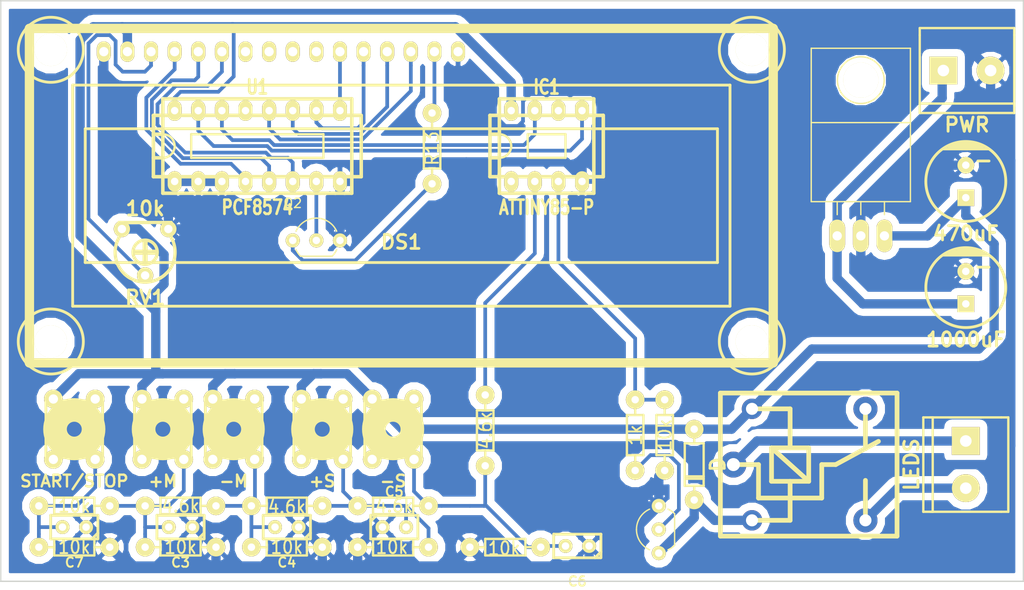
<source format=kicad_pcb>
(kicad_pcb (version 4) (host pcbnew 4.0.1-stable)

  (general
    (links 78)
    (no_connects 0)
    (area 137.424999 64.924999 247.575001 127.575001)
    (thickness 1.6)
    (drawings 4)
    (tracks 295)
    (zones 0)
    (modules 36)
    (nets 36)
  )

  (page A)
  (title_block
    (title Timer)
    (date 2016-02-25)
    (rev "V 1.0")
    (company "KADABRA S.A")
    (comment 1 "Ing Cristian A.")
  )

  (layers
    (0 F.Cu signal)
    (31 B.Cu signal)
    (32 B.Adhes user)
    (33 F.Adhes user)
    (34 B.Paste user)
    (35 F.Paste user)
    (36 B.SilkS user)
    (37 F.SilkS user)
    (38 B.Mask user)
    (39 F.Mask user)
    (40 Dwgs.User user)
    (41 Cmts.User user)
    (42 Eco1.User user)
    (43 Eco2.User user)
    (44 Edge.Cuts user)
    (45 Margin user)
    (46 B.CrtYd user)
    (47 F.CrtYd user)
    (48 B.Fab user)
    (49 F.Fab user)
  )

  (setup
    (last_trace_width 0.4)
    (user_trace_width 1)
    (user_trace_width 1.2)
    (user_trace_width 1.4)
    (user_trace_width 1.6)
    (user_trace_width 1.8)
    (trace_clearance 0.2)
    (zone_clearance 0.8)
    (zone_45_only no)
    (trace_min 0.2)
    (segment_width 0.2)
    (edge_width 0.15)
    (via_size 0.6)
    (via_drill 0.4)
    (via_min_size 0.4)
    (via_min_drill 0.3)
    (uvia_size 0.3)
    (uvia_drill 0.1)
    (uvias_allowed no)
    (uvia_min_size 0.2)
    (uvia_min_drill 0.1)
    (pcb_text_width 0.3)
    (pcb_text_size 1.5 1.5)
    (mod_edge_width 0.15)
    (mod_text_size 1 1)
    (mod_text_width 0.15)
    (pad_size 1.524 1.524)
    (pad_drill 0.762)
    (pad_to_mask_clearance 0.2)
    (aux_axis_origin 0 0)
    (visible_elements 7FFFFF7F)
    (pcbplotparams
      (layerselection 0x00030_80000001)
      (usegerberextensions false)
      (excludeedgelayer true)
      (linewidth 0.100000)
      (plotframeref false)
      (viasonmask false)
      (mode 1)
      (useauxorigin false)
      (hpglpennumber 1)
      (hpglpenspeed 20)
      (hpglpendiameter 15)
      (hpglpenoverlay 2)
      (psnegative false)
      (psa4output false)
      (plotreference true)
      (plotvalue true)
      (plotinvisibletext false)
      (padsonsilk false)
      (subtractmaskfromsilk false)
      (outputformat 1)
      (mirror false)
      (drillshape 1)
      (scaleselection 1)
      (outputdirectory ""))
  )

  (net 0 "")
  (net 1 +12V)
  (net 2 Earth)
  (net 3 +5V)
  (net 4 "Net-(D1-Pad2)")
  (net 5 "Net-(DS1-Pad3)")
  (net 6 "Net-(DS1-Pad4)")
  (net 7 "Net-(DS1-Pad5)")
  (net 8 "Net-(DS1-Pad6)")
  (net 9 "Net-(DS1-Pad7)")
  (net 10 "Net-(DS1-Pad8)")
  (net 11 "Net-(DS1-Pad9)")
  (net 12 "Net-(DS1-Pad10)")
  (net 13 "Net-(DS1-Pad11)")
  (net 14 "Net-(DS1-Pad12)")
  (net 15 "Net-(DS1-Pad13)")
  (net 16 "Net-(DS1-Pad14)")
  (net 17 "Net-(DS1-Pad15)")
  (net 18 "Net-(IC1-Pad1)")
  (net 19 ADC3)
  (net 20 IO4)
  (net 21 SDA)
  (net 22 "Net-(IC1-Pad6)")
  (net 23 SCL)
  (net 24 "Net-(P1-Pad1)")
  (net 25 "Net-(P1-Pad2)")
  (net 26 "Net-(Q1-Pad2)")
  (net 27 BL)
  (net 28 "Net-(Q2-Pad1)")
  (net 29 "Net-(RLY1-Pad4)")
  (net 30 "Net-(U1-Pad13)")
  (net 31 "Net-(C3-Pad2)")
  (net 32 "Net-(C4-Pad2)")
  (net 33 "Net-(C5-Pad2)")
  (net 34 "Net-(C6-Pad2)")
  (net 35 "Net-(C7-Pad2)")

  (net_class Default "Este es el tipo de red por defecto."
    (clearance 0.2)
    (trace_width 0.4)
    (via_dia 0.6)
    (via_drill 0.4)
    (uvia_dia 0.3)
    (uvia_drill 0.1)
    (add_net +12V)
    (add_net +5V)
    (add_net ADC3)
    (add_net BL)
    (add_net Earth)
    (add_net IO4)
    (add_net "Net-(C3-Pad2)")
    (add_net "Net-(C4-Pad2)")
    (add_net "Net-(C5-Pad2)")
    (add_net "Net-(C6-Pad2)")
    (add_net "Net-(C7-Pad2)")
    (add_net "Net-(D1-Pad2)")
    (add_net "Net-(DS1-Pad10)")
    (add_net "Net-(DS1-Pad11)")
    (add_net "Net-(DS1-Pad12)")
    (add_net "Net-(DS1-Pad13)")
    (add_net "Net-(DS1-Pad14)")
    (add_net "Net-(DS1-Pad15)")
    (add_net "Net-(DS1-Pad3)")
    (add_net "Net-(DS1-Pad4)")
    (add_net "Net-(DS1-Pad5)")
    (add_net "Net-(DS1-Pad6)")
    (add_net "Net-(DS1-Pad7)")
    (add_net "Net-(DS1-Pad8)")
    (add_net "Net-(DS1-Pad9)")
    (add_net "Net-(IC1-Pad1)")
    (add_net "Net-(IC1-Pad6)")
    (add_net "Net-(P1-Pad1)")
    (add_net "Net-(P1-Pad2)")
    (add_net "Net-(Q1-Pad2)")
    (add_net "Net-(Q2-Pad1)")
    (add_net "Net-(RLY1-Pad4)")
    (add_net "Net-(U1-Pad13)")
    (add_net SCL)
    (add_net SDA)
  )

  (module w_indicators:lcd_16x2 (layer F.Cu) (tedit 56D3A175) (tstamp 56CFAFC1)
    (at 180.59 85.985)
    (descr "LCD Module, 16x2")
    (path /56CFB2F7)
    (fp_text reference DS1 (at 0 5.00126) (layer F.SilkS)
      (effects (font (size 1.5 1.5) (thickness 0.3)))
    )
    (fp_text value LCD16X2 (at 0 -5.00126) (layer F.SilkS) hide
      (effects (font (size 1.5 1.5) (thickness 0.3)))
    )
    (fp_circle (center -37.7 -15.7) (end -41.2 -15.7) (layer F.SilkS) (width 0.3048))
    (fp_circle (center 37.7 -15.7) (end 41.2 -15.7) (layer F.SilkS) (width 0.3048))
    (fp_circle (center 37.7 15.7) (end 41.2 15.7) (layer F.SilkS) (width 0.3048))
    (fp_circle (center -37.7 15.7) (end -41.2 15.7) (layer F.SilkS) (width 0.3048))
    (fp_line (start -35.35 -11.9) (end 35.35 -11.9) (layer F.SilkS) (width 0.3048))
    (fp_line (start 35.35 -11.9) (end 35.35 11.9) (layer F.SilkS) (width 0.3048))
    (fp_line (start 35.35 11.9) (end -35.35 11.9) (layer F.SilkS) (width 0.3048))
    (fp_line (start -35.35 11.9) (end -35.35 -11.9) (layer F.SilkS) (width 0.3048))
    (fp_line (start -34 -7.2) (end -34 7.2) (layer F.SilkS) (width 0.3048))
    (fp_line (start -34 7.2) (end 34 7.2) (layer F.SilkS) (width 0.3048))
    (fp_line (start 34 7.2) (end 34 -7.2) (layer F.SilkS) (width 0.3048))
    (fp_line (start 34 -7.2) (end -34 -7.2) (layer F.SilkS) (width 0.3048))
    (fp_line (start -40 -18) (end 40 -18) (layer F.SilkS) (width 1.00076))
    (fp_line (start 40 -18) (end 40 18) (layer F.SilkS) (width 1.00076))
    (fp_line (start 40 18) (end -40 18) (layer F.SilkS) (width 1.00076))
    (fp_line (start -40 18) (end -40 -18) (layer F.SilkS) (width 1.00076))
    (pad "" np_thru_hole circle (at -37.7 -15.7) (size 3.5 3.5) (drill 3.5) (layers *.Cu *.Mask F.SilkS))
    (pad "" np_thru_hole circle (at 37.7 -15.7) (size 3.5 3.5) (drill 3.5) (layers *.Cu *.Mask F.SilkS))
    (pad "" np_thru_hole circle (at 37.7 15.7) (size 3.5 3.5) (drill 3.5) (layers *.Cu *.Mask F.SilkS))
    (pad "" np_thru_hole circle (at -37.7 15.7) (size 3.5 3.5) (drill 3.5) (layers *.Cu *.Mask F.SilkS))
    (pad 1 thru_hole oval (at -32 -15.5) (size 1.5 2.2) (drill 1) (layers *.Cu *.Mask F.SilkS)
      (net 2 Earth))
    (pad 2 thru_hole oval (at -29.46 -15.5) (size 1.5 2.2) (drill 1) (layers *.Cu *.Mask F.SilkS)
      (net 3 +5V))
    (pad 3 thru_hole oval (at -26.92 -15.5) (size 1.5 2.2) (drill 1) (layers *.Cu *.Mask F.SilkS)
      (net 5 "Net-(DS1-Pad3)"))
    (pad 4 thru_hole oval (at -24.38 -15.5) (size 1.5 2.2) (drill 1) (layers *.Cu *.Mask F.SilkS)
      (net 6 "Net-(DS1-Pad4)"))
    (pad 5 thru_hole oval (at -21.84 -15.5) (size 1.5 2.2) (drill 1) (layers *.Cu *.Mask F.SilkS)
      (net 7 "Net-(DS1-Pad5)"))
    (pad 6 thru_hole oval (at -19.3 -15.5) (size 1.5 2.2) (drill 1) (layers *.Cu *.Mask F.SilkS)
      (net 8 "Net-(DS1-Pad6)"))
    (pad 7 thru_hole oval (at -16.76 -15.5) (size 1.5 2.2) (drill 1) (layers *.Cu *.Mask F.SilkS)
      (net 9 "Net-(DS1-Pad7)"))
    (pad 8 thru_hole oval (at -14.22 -15.5) (size 1.5 2.2) (drill 1) (layers *.Cu *.Mask F.SilkS)
      (net 10 "Net-(DS1-Pad8)"))
    (pad 9 thru_hole oval (at -11.68 -15.5) (size 1.5 2.2) (drill 1) (layers *.Cu *.Mask F.SilkS)
      (net 11 "Net-(DS1-Pad9)"))
    (pad 10 thru_hole oval (at -9.14 -15.5) (size 1.5 2.2) (drill 1) (layers *.Cu *.Mask F.SilkS)
      (net 12 "Net-(DS1-Pad10)"))
    (pad 11 thru_hole oval (at -6.6 -15.5) (size 1.5 2.2) (drill 1) (layers *.Cu *.Mask F.SilkS)
      (net 13 "Net-(DS1-Pad11)"))
    (pad 12 thru_hole oval (at -4.06 -15.5) (size 1.5 2.2) (drill 1) (layers *.Cu *.Mask F.SilkS)
      (net 14 "Net-(DS1-Pad12)"))
    (pad 13 thru_hole oval (at -1.52 -15.5) (size 1.5 2.2) (drill 1) (layers *.Cu *.Mask F.SilkS)
      (net 15 "Net-(DS1-Pad13)"))
    (pad 14 thru_hole oval (at 1.02 -15.5) (size 1.5 2.2) (drill 1) (layers *.Cu *.Mask F.SilkS)
      (net 16 "Net-(DS1-Pad14)"))
    (pad 15 thru_hole oval (at 3.56 -15.5) (size 1.5 2.2) (drill 1) (layers *.Cu *.Mask F.SilkS)
      (net 17 "Net-(DS1-Pad15)"))
    (pad 16 thru_hole oval (at 6.1 -15.5) (size 1.5 2.2) (drill 1) (layers *.Cu *.Mask F.SilkS)
      (net 2 Earth))
    (model walter/indicators/lcd_16x2.wrl
      (at (xyz 0 0 0))
      (scale (xyz 1 1 1))
      (rotate (xyz 0 0 0))
    )
  )

  (module w_pth_resistors:RC03 (layer F.Cu) (tedit 56D3A145) (tstamp 56CFB029)
    (at 179.705 123.825)
    (descr "Resistor, RC03")
    (tags R)
    (path /56D0CA22)
    (autoplace_cost180 10)
    (fp_text reference R11 (at 0 0) (layer F.SilkS) hide
      (effects (font (size 1.397 1.27) (thickness 0.2032)))
    )
    (fp_text value 10k (at -0.127 0) (layer F.SilkS)
      (effects (font (size 1.397 1.27) (thickness 0.2032)))
    )
    (fp_line (start 2.159 0) (end 3.81 0) (layer F.SilkS) (width 0.254))
    (fp_line (start -2.159 0) (end -3.81 0) (layer F.SilkS) (width 0.254))
    (fp_line (start -2.159 -0.889) (end -2.159 0.889) (layer F.SilkS) (width 0.254))
    (fp_line (start -2.159 0.889) (end 2.159 0.889) (layer F.SilkS) (width 0.254))
    (fp_line (start 2.159 0.889) (end 2.159 -0.889) (layer F.SilkS) (width 0.254))
    (fp_line (start 2.159 -0.889) (end -2.159 -0.889) (layer F.SilkS) (width 0.254))
    (pad 1 thru_hole circle (at -3.81 0) (size 1.99898 1.99898) (drill 0.8001) (layers *.Cu *.Mask F.SilkS)
      (net 2 Earth))
    (pad 2 thru_hole circle (at 3.81 0) (size 1.99898 1.99898) (drill 0.8001) (layers *.Cu *.Mask F.SilkS)
      (net 33 "Net-(C5-Pad2)"))
    (model walter/pth_resistors/rc03.wrl
      (at (xyz 0 0 0))
      (scale (xyz 1 1 1))
      (rotate (xyz 0 0 0))
    )
  )

  (module w_pth_circuits:dil_16-300_socket (layer F.Cu) (tedit 0) (tstamp 56CFB081)
    (at 165.1 80.645)
    (descr "IC, DIL16 x 0,3\", with socket")
    (tags DIL)
    (path /56CFABAC)
    (fp_text reference U1 (at 0 -6.35) (layer F.SilkS)
      (effects (font (size 1.524 1.143) (thickness 0.28702)))
    )
    (fp_text value PCF8574 (at 0 6.604) (layer F.SilkS)
      (effects (font (size 1.524 1.143) (thickness 0.28702)))
    )
    (fp_line (start 7.112 1.27) (end -7.112 1.27) (layer F.SilkS) (width 0.254))
    (fp_line (start -7.112 -1.27) (end 7.112 -1.27) (layer F.SilkS) (width 0.254))
    (fp_line (start 10.16 -5.08) (end -10.16 -5.08) (layer F.SilkS) (width 0.381))
    (fp_line (start -10.16 5.08) (end 10.16 5.08) (layer F.SilkS) (width 0.381))
    (fp_line (start 11.176 3.302) (end -11.176 3.302) (layer F.SilkS) (width 0.381))
    (fp_line (start -11.176 -3.302) (end 11.176 -3.302) (layer F.SilkS) (width 0.381))
    (fp_arc (start -10.16 0) (end -10.16 -1.27) (angle 90) (layer F.SilkS) (width 0.254))
    (fp_arc (start -10.16 0) (end -8.89 0) (angle 90) (layer F.SilkS) (width 0.254))
    (fp_line (start -10.16 1.27) (end -11.176 1.27) (layer F.SilkS) (width 0.381))
    (fp_line (start -10.16 -1.27) (end -11.176 -1.27) (layer F.SilkS) (width 0.381))
    (fp_line (start -7.112 -1.27) (end -7.112 1.27) (layer F.SilkS) (width 0.254))
    (fp_line (start 7.112 1.27) (end 7.112 -1.27) (layer F.SilkS) (width 0.254))
    (fp_line (start 10.16 -5.08) (end 10.16 5.08) (layer F.SilkS) (width 0.381))
    (fp_line (start -10.16 5.08) (end -10.16 -5.08) (layer F.SilkS) (width 0.381))
    (fp_line (start 11.176 -3.302) (end 11.176 3.302) (layer F.SilkS) (width 0.381))
    (fp_line (start -11.176 3.302) (end -11.176 -3.302) (layer F.SilkS) (width 0.381))
    (pad 1 thru_hole oval (at -8.89 3.81) (size 1.50114 2.19964) (drill 0.8001) (layers *.Cu *.Mask F.SilkS)
      (net 2 Earth))
    (pad 2 thru_hole oval (at -6.35 3.81) (size 1.50114 2.19964) (drill 0.8001) (layers *.Cu *.Mask F.SilkS)
      (net 2 Earth))
    (pad 3 thru_hole oval (at -3.81 3.81) (size 1.50114 2.19964) (drill 0.8001) (layers *.Cu *.Mask F.SilkS)
      (net 2 Earth))
    (pad 4 thru_hole oval (at -1.27 3.81) (size 1.50114 2.19964) (drill 0.8001) (layers *.Cu *.Mask F.SilkS)
      (net 6 "Net-(DS1-Pad4)"))
    (pad 5 thru_hole oval (at 1.27 3.81) (size 1.50114 2.19964) (drill 0.8001) (layers *.Cu *.Mask F.SilkS)
      (net 7 "Net-(DS1-Pad5)"))
    (pad 6 thru_hole oval (at 3.81 3.81) (size 1.50114 2.19964) (drill 0.8001) (layers *.Cu *.Mask F.SilkS)
      (net 8 "Net-(DS1-Pad6)"))
    (pad 7 thru_hole oval (at 6.35 3.81) (size 1.50114 2.19964) (drill 0.8001) (layers *.Cu *.Mask F.SilkS)
      (net 27 BL))
    (pad 8 thru_hole oval (at 8.89 3.81) (size 1.50114 2.19964) (drill 0.8001) (layers *.Cu *.Mask F.SilkS)
      (net 2 Earth))
    (pad 9 thru_hole oval (at 8.89 -3.81) (size 1.50114 2.19964) (drill 0.8001) (layers *.Cu *.Mask F.SilkS)
      (net 13 "Net-(DS1-Pad11)"))
    (pad 10 thru_hole oval (at 6.35 -3.81) (size 1.50114 2.19964) (drill 0.8001) (layers *.Cu *.Mask F.SilkS)
      (net 14 "Net-(DS1-Pad12)"))
    (pad 11 thru_hole oval (at 3.81 -3.81) (size 1.50114 2.19964) (drill 0.8001) (layers *.Cu *.Mask F.SilkS)
      (net 15 "Net-(DS1-Pad13)"))
    (pad 12 thru_hole oval (at 1.27 -3.81) (size 1.50114 2.19964) (drill 0.8001) (layers *.Cu *.Mask F.SilkS)
      (net 16 "Net-(DS1-Pad14)"))
    (pad 13 thru_hole oval (at -1.27 -3.81) (size 1.50114 2.19964) (drill 0.8001) (layers *.Cu *.Mask F.SilkS)
      (net 30 "Net-(U1-Pad13)"))
    (pad 14 thru_hole oval (at -3.81 -3.81) (size 1.50114 2.19964) (drill 0.8001) (layers *.Cu *.Mask F.SilkS)
      (net 23 SCL))
    (pad 15 thru_hole oval (at -6.35 -3.81) (size 1.50114 2.19964) (drill 0.8001) (layers *.Cu *.Mask F.SilkS)
      (net 21 SDA))
    (pad 16 thru_hole oval (at -8.89 -3.81) (size 1.50114 2.19964) (drill 0.8001) (layers *.Cu *.Mask F.SilkS)
      (net 3 +5V))
    (model walter/pth_circuits/dil_16-300_socket.wrl
      (at (xyz 0 0 0))
      (scale (xyz 1 1 1))
      (rotate (xyz 0 0 0))
    )
  )

  (module w_capacitors:CP_8x11.5mm (layer F.Cu) (tedit 56CFB20C) (tstamp 56CFAFA3)
    (at 241.3 84.455)
    (descr "Capacitor, pol, cyl 8x11.5mm")
    (path /56CFCFF9)
    (fp_text reference C2 (at 0 -5.6) (layer F.SilkS) hide
      (effects (font (thickness 0.3048)))
    )
    (fp_text value 470uF (at 0 5.6) (layer F.SilkS)
      (effects (font (thickness 0.3048)))
    )
    (fp_line (start -2.4 -3.5) (end 2.4 -3.5) (layer F.SilkS) (width 0.3048))
    (fp_circle (center 0 0) (end -4.3 0) (layer F.SilkS) (width 0.3048))
    (fp_line (start -1.8 -3.7) (end 1.8 -3.7) (layer F.SilkS) (width 0.3048))
    (fp_line (start -1.4 -3.9) (end 1.4 -3.9) (layer F.SilkS) (width 0.3048))
    (fp_line (start -0.8 -4.1) (end 0.9 -4.1) (layer F.SilkS) (width 0.3048))
    (fp_line (start 1.3 -2.2) (end 2.5 -2.2) (layer F.SilkS) (width 0.3))
    (pad 1 thru_hole rect (at 0 1.75) (size 1.8 1.8) (drill 0.8) (layers *.Cu *.Mask F.SilkS)
      (net 3 +5V))
    (pad 2 thru_hole circle (at 0 -1.75) (size 1.8 1.8) (drill 0.8) (layers *.Cu *.Mask F.SilkS)
      (net 2 Earth))
    (model walter/capacitors/cp_8x11.5mm.wrl
      (at (xyz 0 0 0))
      (scale (xyz 1 1 1))
      (rotate (xyz 0 0 0))
    )
  )

  (module w_pth_diodes:diode_do35 (layer F.Cu) (tedit 56CFB2D5) (tstamp 56CFAFA9)
    (at 212.09 114.935 270)
    (descr "Diode, DO-35 package")
    (path /56D020CF)
    (fp_text reference D1 (at 0 -0.127 270) (layer F.SilkS) hide
      (effects (font (thickness 0.3048)))
    )
    (fp_text value D (at 0 -2.54 270) (layer F.SilkS)
      (effects (font (thickness 0.3048)))
    )
    (fp_line (start 1.524 1.016) (end 1.524 -1.016) (layer F.SilkS) (width 0.254))
    (fp_line (start 1.27 -1.016) (end 1.27 1.016) (layer F.SilkS) (width 0.254))
    (fp_line (start 3.81 0) (end 2.286 0) (layer F.SilkS) (width 0.254))
    (fp_line (start -2.286 0) (end -3.81 0) (layer F.SilkS) (width 0.254))
    (fp_line (start -2.286 -1.016) (end 2.286 -1.016) (layer F.SilkS) (width 0.254))
    (fp_line (start 2.286 -1.016) (end 2.286 1.016) (layer F.SilkS) (width 0.254))
    (fp_line (start 2.286 1.016) (end -2.286 1.016) (layer F.SilkS) (width 0.254))
    (fp_line (start -2.286 1.016) (end -2.286 -1.016) (layer F.SilkS) (width 0.254))
    (pad 1 thru_hole circle (at -3.81 0 270) (size 1.99898 1.99898) (drill 0.8001) (layers *.Cu *.Mask F.SilkS)
      (net 3 +5V))
    (pad 2 thru_hole circle (at 3.81 0 270) (size 1.99898 1.99898) (drill 0.8001) (layers *.Cu *.Mask F.SilkS)
      (net 4 "Net-(D1-Pad2)"))
    (model walter/pth_diodes/diode_do35.wrl
      (at (xyz 0 0 0))
      (scale (xyz 1 1 1))
      (rotate (xyz 0 0 0))
    )
  )

  (module w_pth_circuits:dil_8-300_socket (layer F.Cu) (tedit 0) (tstamp 56CFAFCD)
    (at 196.215 80.645)
    (descr "IC, DIL8 x 0,3\", with socket")
    (tags DIL)
    (path /56CFA73C)
    (fp_text reference IC1 (at 0 -6.35) (layer F.SilkS)
      (effects (font (size 1.524 1.143) (thickness 0.28702)))
    )
    (fp_text value ATTINY85-P (at 0 6.604) (layer F.SilkS)
      (effects (font (size 1.524 1.143) (thickness 0.28702)))
    )
    (fp_line (start 2.032 1.27) (end -2.032 1.27) (layer F.SilkS) (width 0.254))
    (fp_line (start -2.032 -1.27) (end 2.032 -1.27) (layer F.SilkS) (width 0.254))
    (fp_line (start 5.08 5.08) (end -5.08 5.08) (layer F.SilkS) (width 0.381))
    (fp_line (start -6.096 3.302) (end 6.096 3.302) (layer F.SilkS) (width 0.381))
    (fp_line (start 5.08 -5.08) (end -5.08 -5.08) (layer F.SilkS) (width 0.381))
    (fp_line (start -6.096 -3.302) (end 6.096 -3.302) (layer F.SilkS) (width 0.381))
    (fp_arc (start -5.08 0) (end -5.08 -1.27) (angle 90) (layer F.SilkS) (width 0.254))
    (fp_arc (start -5.08 0) (end -3.81 0) (angle 90) (layer F.SilkS) (width 0.254))
    (fp_line (start -5.08 1.27) (end -6.096 1.27) (layer F.SilkS) (width 0.381))
    (fp_line (start -5.08 -1.27) (end -6.096 -1.27) (layer F.SilkS) (width 0.381))
    (fp_line (start -2.032 -1.27) (end -2.032 1.27) (layer F.SilkS) (width 0.254))
    (fp_line (start 2.032 1.27) (end 2.032 -1.27) (layer F.SilkS) (width 0.254))
    (fp_line (start 5.08 -5.08) (end 5.08 5.08) (layer F.SilkS) (width 0.381))
    (fp_line (start -5.08 5.08) (end -5.08 -5.08) (layer F.SilkS) (width 0.381))
    (fp_line (start 6.096 -3.302) (end 6.096 3.302) (layer F.SilkS) (width 0.381))
    (fp_line (start -6.096 3.302) (end -6.096 -3.302) (layer F.SilkS) (width 0.381))
    (pad 1 thru_hole oval (at -3.81 3.81) (size 1.50114 2.19964) (drill 0.8001) (layers *.Cu *.Mask F.SilkS)
      (net 18 "Net-(IC1-Pad1)"))
    (pad 2 thru_hole oval (at -1.27 3.81) (size 1.50114 2.19964) (drill 0.8001) (layers *.Cu *.Mask F.SilkS)
      (net 19 ADC3))
    (pad 3 thru_hole oval (at 1.27 3.81) (size 1.50114 2.19964) (drill 0.8001) (layers *.Cu *.Mask F.SilkS)
      (net 20 IO4))
    (pad 4 thru_hole oval (at 3.81 3.81) (size 1.50114 2.19964) (drill 0.8001) (layers *.Cu *.Mask F.SilkS)
      (net 2 Earth))
    (pad 5 thru_hole oval (at 3.81 -3.81) (size 1.50114 2.19964) (drill 0.8001) (layers *.Cu *.Mask F.SilkS)
      (net 21 SDA))
    (pad 6 thru_hole oval (at 1.27 -3.81) (size 1.50114 2.19964) (drill 0.8001) (layers *.Cu *.Mask F.SilkS)
      (net 22 "Net-(IC1-Pad6)"))
    (pad 7 thru_hole oval (at -1.27 -3.81) (size 1.50114 2.19964) (drill 0.8001) (layers *.Cu *.Mask F.SilkS)
      (net 23 SCL))
    (pad 8 thru_hole oval (at -3.81 -3.81) (size 1.50114 2.19964) (drill 0.8001) (layers *.Cu *.Mask F.SilkS)
      (net 3 +5V))
    (model walter/pth_circuits/dil_8-300_socket.wrl
      (at (xyz 0 0 0))
      (scale (xyz 1 1 1))
      (rotate (xyz 0 0 0))
    )
  )

  (module w_conn_screw:mors_2p (layer F.Cu) (tedit 56CFB251) (tstamp 56CFAFD3)
    (at 241.3 114.935 270)
    (descr "Terminal block 2 pins")
    (tags DEV)
    (path /56D038BF)
    (fp_text reference P1 (at 0 -5.842 270) (layer F.SilkS) hide
      (effects (font (thickness 0.3048)))
    )
    (fp_text value LEDS (at 0 5.842 270) (layer F.SilkS)
      (effects (font (thickness 0.3048)))
    )
    (fp_line (start 5.08 -3.81) (end 5.08 -4.572) (layer F.SilkS) (width 0.254))
    (fp_line (start 5.08 -4.572) (end -5.08 -4.572) (layer F.SilkS) (width 0.254))
    (fp_line (start -5.08 -4.572) (end -5.08 -3.81) (layer F.SilkS) (width 0.254))
    (fp_line (start 5.08 4.572) (end -5.08 4.572) (layer F.SilkS) (width 0.254))
    (fp_line (start -5.08 4.572) (end -5.08 3.556) (layer F.SilkS) (width 0.254))
    (fp_line (start -5.08 3.556) (end 5.08 3.556) (layer F.SilkS) (width 0.254))
    (fp_line (start 5.08 3.556) (end 5.08 4.572) (layer F.SilkS) (width 0.254))
    (fp_line (start 5.08 3.81) (end 5.08 -3.81) (layer F.SilkS) (width 0.254))
    (fp_line (start -5.08 -3.81) (end -5.08 3.81) (layer F.SilkS) (width 0.254))
    (pad 1 thru_hole rect (at -2.54 0 270) (size 2.99974 2.99974) (drill 1.24968) (layers *.Cu *.Mask F.SilkS)
      (net 24 "Net-(P1-Pad1)"))
    (pad 2 thru_hole circle (at 2.54 0 270) (size 2.99974 2.99974) (drill 1.24968) (layers *.Cu *.Mask F.SilkS)
      (net 25 "Net-(P1-Pad2)"))
    (model walter/conn_screw/mors_2p.wrl
      (at (xyz 0 0 0))
      (scale (xyz 1 1 1))
      (rotate (xyz 0 0 0))
    )
  )

  (module w_conn_screw:mors_2p (layer F.Cu) (tedit 56CFB20F) (tstamp 56CFAFD9)
    (at 241.427 72.517)
    (descr "Terminal block 2 pins")
    (tags DEV)
    (path /56D14C22)
    (fp_text reference P2 (at 0 -5.842) (layer F.SilkS) hide
      (effects (font (thickness 0.3048)))
    )
    (fp_text value PWR (at 0 5.842) (layer F.SilkS)
      (effects (font (thickness 0.3048)))
    )
    (fp_line (start 5.08 -3.81) (end 5.08 -4.572) (layer F.SilkS) (width 0.254))
    (fp_line (start 5.08 -4.572) (end -5.08 -4.572) (layer F.SilkS) (width 0.254))
    (fp_line (start -5.08 -4.572) (end -5.08 -3.81) (layer F.SilkS) (width 0.254))
    (fp_line (start 5.08 4.572) (end -5.08 4.572) (layer F.SilkS) (width 0.254))
    (fp_line (start -5.08 4.572) (end -5.08 3.556) (layer F.SilkS) (width 0.254))
    (fp_line (start -5.08 3.556) (end 5.08 3.556) (layer F.SilkS) (width 0.254))
    (fp_line (start 5.08 3.556) (end 5.08 4.572) (layer F.SilkS) (width 0.254))
    (fp_line (start 5.08 3.81) (end 5.08 -3.81) (layer F.SilkS) (width 0.254))
    (fp_line (start -5.08 -3.81) (end -5.08 3.81) (layer F.SilkS) (width 0.254))
    (pad 1 thru_hole rect (at -2.54 0) (size 2.99974 2.99974) (drill 1.24968) (layers *.Cu *.Mask F.SilkS)
      (net 1 +12V))
    (pad 2 thru_hole circle (at 2.54 0) (size 2.99974 2.99974) (drill 1.24968) (layers *.Cu *.Mask F.SilkS)
      (net 2 Earth))
    (model walter/conn_screw/mors_2p.wrl
      (at (xyz 0 0 0))
      (scale (xyz 1 1 1))
      (rotate (xyz 0 0 0))
    )
  )

  (module TO_SOT_Packages_THT:TO-92_Inline_Wide (layer F.Cu) (tedit 56CFB2D9) (tstamp 56CFAFE0)
    (at 208.28 124.46 90)
    (descr "TO-92 leads in-line, wide, drill 0.8mm (see NXP sot054_po.pdf)")
    (tags "to-92 sc-43 sc-43a sot54 PA33 transistor")
    (path /56D01D9D)
    (fp_text reference Q1 (at 0 -4 90) (layer F.SilkS) hide
      (effects (font (size 1 1) (thickness 0.15)))
    )
    (fp_text value BC547 (at 0 3 90) (layer F.Fab)
      (effects (font (size 1 1) (thickness 0.15)))
    )
    (fp_arc (start 2.54 0) (end 0.84 1.7) (angle 20.5) (layer F.SilkS) (width 0.15))
    (fp_arc (start 2.54 0) (end 4.24 1.7) (angle -20.5) (layer F.SilkS) (width 0.15))
    (fp_line (start -1 1.95) (end -1 -2.65) (layer F.CrtYd) (width 0.05))
    (fp_line (start -1 1.95) (end 6.1 1.95) (layer F.CrtYd) (width 0.05))
    (fp_line (start 0.84 1.7) (end 4.24 1.7) (layer F.SilkS) (width 0.15))
    (fp_arc (start 2.54 0) (end 2.54 -2.4) (angle -65.55604127) (layer F.SilkS) (width 0.15))
    (fp_arc (start 2.54 0) (end 2.54 -2.4) (angle 65.55604127) (layer F.SilkS) (width 0.15))
    (fp_line (start -1 -2.65) (end 6.1 -2.65) (layer F.CrtYd) (width 0.05))
    (fp_line (start 6.1 1.95) (end 6.1 -2.65) (layer F.CrtYd) (width 0.05))
    (pad 2 thru_hole circle (at 2.54 0 180) (size 1.524 1.524) (drill 0.8) (layers *.Cu *.Mask F.SilkS)
      (net 26 "Net-(Q1-Pad2)"))
    (pad 3 thru_hole circle (at 5.08 0 180) (size 1.524 1.524) (drill 0.8) (layers *.Cu *.Mask F.SilkS)
      (net 2 Earth))
    (pad 1 thru_hole circle (at 0 0 180) (size 1.524 1.524) (drill 0.8) (layers *.Cu *.Mask F.SilkS)
      (net 4 "Net-(D1-Pad2)"))
    (model TO_SOT_Packages_THT.3dshapes/TO-92_Inline_Wide.wrl
      (at (xyz 0.1 0 0))
      (scale (xyz 1 1 1))
      (rotate (xyz 0 0 -90))
    )
  )

  (module TO_SOT_Packages_THT:TO-92_Inline_Wide (layer F.Cu) (tedit 54F242B4) (tstamp 56CFAFE7)
    (at 168.91 90.805)
    (descr "TO-92 leads in-line, wide, drill 0.8mm (see NXP sot054_po.pdf)")
    (tags "to-92 sc-43 sc-43a sot54 PA33 transistor")
    (path /56D005E8)
    (fp_text reference Q2 (at 0 -4 180) (layer F.SilkS)
      (effects (font (size 1 1) (thickness 0.15)))
    )
    (fp_text value BC547 (at 0 3) (layer F.Fab)
      (effects (font (size 1 1) (thickness 0.15)))
    )
    (fp_arc (start 2.54 0) (end 0.84 1.7) (angle 20.5) (layer F.SilkS) (width 0.15))
    (fp_arc (start 2.54 0) (end 4.24 1.7) (angle -20.5) (layer F.SilkS) (width 0.15))
    (fp_line (start -1 1.95) (end -1 -2.65) (layer F.CrtYd) (width 0.05))
    (fp_line (start -1 1.95) (end 6.1 1.95) (layer F.CrtYd) (width 0.05))
    (fp_line (start 0.84 1.7) (end 4.24 1.7) (layer F.SilkS) (width 0.15))
    (fp_arc (start 2.54 0) (end 2.54 -2.4) (angle -65.55604127) (layer F.SilkS) (width 0.15))
    (fp_arc (start 2.54 0) (end 2.54 -2.4) (angle 65.55604127) (layer F.SilkS) (width 0.15))
    (fp_line (start -1 -2.65) (end 6.1 -2.65) (layer F.CrtYd) (width 0.05))
    (fp_line (start 6.1 1.95) (end 6.1 -2.65) (layer F.CrtYd) (width 0.05))
    (pad 2 thru_hole circle (at 2.54 0 90) (size 1.524 1.524) (drill 0.8) (layers *.Cu *.Mask F.SilkS)
      (net 27 BL))
    (pad 3 thru_hole circle (at 5.08 0 90) (size 1.524 1.524) (drill 0.8) (layers *.Cu *.Mask F.SilkS)
      (net 2 Earth))
    (pad 1 thru_hole circle (at 0 0 90) (size 1.524 1.524) (drill 0.8) (layers *.Cu *.Mask F.SilkS)
      (net 28 "Net-(Q2-Pad1)"))
    (model TO_SOT_Packages_THT.3dshapes/TO-92_Inline_Wide.wrl
      (at (xyz 0.1 0 0))
      (scale (xyz 1 1 1))
      (rotate (xyz 0 0 -90))
    )
  )

  (module w_pth_resistors:RC03 (layer F.Cu) (tedit 56D3A166) (tstamp 56CFAFED)
    (at 208.915 111.76 270)
    (descr "Resistor, RC03")
    (tags R)
    (path /56D04FD7)
    (autoplace_cost180 10)
    (fp_text reference R1 (at 0 0 270) (layer F.SilkS) hide
      (effects (font (size 1.397 1.27) (thickness 0.2032)))
    )
    (fp_text value 10k (at 0 0 270) (layer F.SilkS)
      (effects (font (size 1.397 1.27) (thickness 0.2032)))
    )
    (fp_line (start 2.159 0) (end 3.81 0) (layer F.SilkS) (width 0.254))
    (fp_line (start -2.159 0) (end -3.81 0) (layer F.SilkS) (width 0.254))
    (fp_line (start -2.159 -0.889) (end -2.159 0.889) (layer F.SilkS) (width 0.254))
    (fp_line (start -2.159 0.889) (end 2.159 0.889) (layer F.SilkS) (width 0.254))
    (fp_line (start 2.159 0.889) (end 2.159 -0.889) (layer F.SilkS) (width 0.254))
    (fp_line (start 2.159 -0.889) (end -2.159 -0.889) (layer F.SilkS) (width 0.254))
    (pad 1 thru_hole circle (at -3.81 0 270) (size 1.99898 1.99898) (drill 0.8001) (layers *.Cu *.Mask F.SilkS)
      (net 20 IO4))
    (pad 2 thru_hole circle (at 3.81 0 270) (size 1.99898 1.99898) (drill 0.8001) (layers *.Cu *.Mask F.SilkS)
      (net 2 Earth))
    (model walter/pth_resistors/rc03.wrl
      (at (xyz 0 0 0))
      (scale (xyz 1 1 1))
      (rotate (xyz 0 0 0))
    )
  )

  (module w_pth_resistors:RC03 (layer F.Cu) (tedit 56D3A15D) (tstamp 56CFAFF3)
    (at 205.74 111.76 90)
    (descr "Resistor, RC03")
    (tags R)
    (path /56D02AF7)
    (autoplace_cost180 10)
    (fp_text reference R2 (at 0 0 90) (layer F.SilkS) hide
      (effects (font (size 1.397 1.27) (thickness 0.2032)))
    )
    (fp_text value 1k (at 0 0 90) (layer F.SilkS)
      (effects (font (size 1.397 1.27) (thickness 0.2032)))
    )
    (fp_line (start 2.159 0) (end 3.81 0) (layer F.SilkS) (width 0.254))
    (fp_line (start -2.159 0) (end -3.81 0) (layer F.SilkS) (width 0.254))
    (fp_line (start -2.159 -0.889) (end -2.159 0.889) (layer F.SilkS) (width 0.254))
    (fp_line (start -2.159 0.889) (end 2.159 0.889) (layer F.SilkS) (width 0.254))
    (fp_line (start 2.159 0.889) (end 2.159 -0.889) (layer F.SilkS) (width 0.254))
    (fp_line (start 2.159 -0.889) (end -2.159 -0.889) (layer F.SilkS) (width 0.254))
    (pad 1 thru_hole circle (at -3.81 0 90) (size 1.99898 1.99898) (drill 0.8001) (layers *.Cu *.Mask F.SilkS)
      (net 26 "Net-(Q1-Pad2)"))
    (pad 2 thru_hole circle (at 3.81 0 90) (size 1.99898 1.99898) (drill 0.8001) (layers *.Cu *.Mask F.SilkS)
      (net 20 IO4))
    (model walter/pth_resistors/rc03.wrl
      (at (xyz 0 0 0))
      (scale (xyz 1 1 1))
      (rotate (xyz 0 0 0))
    )
  )

  (module w_pth_resistors:RC03 (layer F.Cu) (tedit 56D39F98) (tstamp 56CFAFF9)
    (at 145.415 119.38)
    (descr "Resistor, RC03")
    (tags R)
    (path /56D087FA)
    (autoplace_cost180 10)
    (fp_text reference R3 (at 0 0) (layer F.SilkS) hide
      (effects (font (size 1.397 1.27) (thickness 0.2032)))
    )
    (fp_text value 10k (at 0 0) (layer F.SilkS)
      (effects (font (size 1.397 1.27) (thickness 0.2032)))
    )
    (fp_line (start 2.159 0) (end 3.81 0) (layer F.SilkS) (width 0.254))
    (fp_line (start -2.159 0) (end -3.81 0) (layer F.SilkS) (width 0.254))
    (fp_line (start -2.159 -0.889) (end -2.159 0.889) (layer F.SilkS) (width 0.254))
    (fp_line (start -2.159 0.889) (end 2.159 0.889) (layer F.SilkS) (width 0.254))
    (fp_line (start 2.159 0.889) (end 2.159 -0.889) (layer F.SilkS) (width 0.254))
    (fp_line (start 2.159 -0.889) (end -2.159 -0.889) (layer F.SilkS) (width 0.254))
    (pad 1 thru_hole circle (at -3.81 0) (size 1.99898 1.99898) (drill 0.8001) (layers *.Cu *.Mask F.SilkS)
      (net 35 "Net-(C7-Pad2)"))
    (pad 2 thru_hole circle (at 3.81 0) (size 1.99898 1.99898) (drill 0.8001) (layers *.Cu *.Mask F.SilkS)
      (net 31 "Net-(C3-Pad2)"))
    (model walter/pth_resistors/rc03.wrl
      (at (xyz 0 0 0))
      (scale (xyz 1 1 1))
      (rotate (xyz 0 0 0))
    )
  )

  (module w_pth_resistors:RC03 (layer F.Cu) (tedit 56D39FA5) (tstamp 56CFAFFF)
    (at 156.845 119.38)
    (descr "Resistor, RC03")
    (tags R)
    (path /56D095CA)
    (autoplace_cost180 10)
    (fp_text reference R4 (at 0 0) (layer F.SilkS) hide
      (effects (font (size 1.397 1.27) (thickness 0.2032)))
    )
    (fp_text value 4.6k (at 0 0) (layer F.SilkS)
      (effects (font (size 1.397 1.27) (thickness 0.2032)))
    )
    (fp_line (start 2.159 0) (end 3.81 0) (layer F.SilkS) (width 0.254))
    (fp_line (start -2.159 0) (end -3.81 0) (layer F.SilkS) (width 0.254))
    (fp_line (start -2.159 -0.889) (end -2.159 0.889) (layer F.SilkS) (width 0.254))
    (fp_line (start -2.159 0.889) (end 2.159 0.889) (layer F.SilkS) (width 0.254))
    (fp_line (start 2.159 0.889) (end 2.159 -0.889) (layer F.SilkS) (width 0.254))
    (fp_line (start 2.159 -0.889) (end -2.159 -0.889) (layer F.SilkS) (width 0.254))
    (pad 1 thru_hole circle (at -3.81 0) (size 1.99898 1.99898) (drill 0.8001) (layers *.Cu *.Mask F.SilkS)
      (net 31 "Net-(C3-Pad2)"))
    (pad 2 thru_hole circle (at 3.81 0) (size 1.99898 1.99898) (drill 0.8001) (layers *.Cu *.Mask F.SilkS)
      (net 32 "Net-(C4-Pad2)"))
    (model walter/pth_resistors/rc03.wrl
      (at (xyz 0 0 0))
      (scale (xyz 1 1 1))
      (rotate (xyz 0 0 0))
    )
  )

  (module w_pth_resistors:RC03 (layer F.Cu) (tedit 56D3A12A) (tstamp 56CFB005)
    (at 168.275 119.38)
    (descr "Resistor, RC03")
    (tags R)
    (path /56D096E0)
    (autoplace_cost180 10)
    (fp_text reference R5 (at 0 0) (layer F.SilkS) hide
      (effects (font (size 1.397 1.27) (thickness 0.2032)))
    )
    (fp_text value 4.6k (at 0 0.127) (layer F.SilkS)
      (effects (font (size 1.397 1.27) (thickness 0.2032)))
    )
    (fp_line (start 2.159 0) (end 3.81 0) (layer F.SilkS) (width 0.254))
    (fp_line (start -2.159 0) (end -3.81 0) (layer F.SilkS) (width 0.254))
    (fp_line (start -2.159 -0.889) (end -2.159 0.889) (layer F.SilkS) (width 0.254))
    (fp_line (start -2.159 0.889) (end 2.159 0.889) (layer F.SilkS) (width 0.254))
    (fp_line (start 2.159 0.889) (end 2.159 -0.889) (layer F.SilkS) (width 0.254))
    (fp_line (start 2.159 -0.889) (end -2.159 -0.889) (layer F.SilkS) (width 0.254))
    (pad 1 thru_hole circle (at -3.81 0) (size 1.99898 1.99898) (drill 0.8001) (layers *.Cu *.Mask F.SilkS)
      (net 32 "Net-(C4-Pad2)"))
    (pad 2 thru_hole circle (at 3.81 0) (size 1.99898 1.99898) (drill 0.8001) (layers *.Cu *.Mask F.SilkS)
      (net 33 "Net-(C5-Pad2)"))
    (model walter/pth_resistors/rc03.wrl
      (at (xyz 0 0 0))
      (scale (xyz 1 1 1))
      (rotate (xyz 0 0 0))
    )
  )

  (module w_pth_resistors:RC03 (layer F.Cu) (tedit 56D3A130) (tstamp 56CFB00B)
    (at 179.705 119.38)
    (descr "Resistor, RC03")
    (tags R)
    (path /56D096EC)
    (autoplace_cost180 10)
    (fp_text reference R6 (at 0 0) (layer F.SilkS) hide
      (effects (font (size 1.397 1.27) (thickness 0.2032)))
    )
    (fp_text value 4.6k (at 0.127 0) (layer F.SilkS)
      (effects (font (size 1.397 1.27) (thickness 0.2032)))
    )
    (fp_line (start 2.159 0) (end 3.81 0) (layer F.SilkS) (width 0.254))
    (fp_line (start -2.159 0) (end -3.81 0) (layer F.SilkS) (width 0.254))
    (fp_line (start -2.159 -0.889) (end -2.159 0.889) (layer F.SilkS) (width 0.254))
    (fp_line (start -2.159 0.889) (end 2.159 0.889) (layer F.SilkS) (width 0.254))
    (fp_line (start 2.159 0.889) (end 2.159 -0.889) (layer F.SilkS) (width 0.254))
    (fp_line (start 2.159 -0.889) (end -2.159 -0.889) (layer F.SilkS) (width 0.254))
    (pad 1 thru_hole circle (at -3.81 0) (size 1.99898 1.99898) (drill 0.8001) (layers *.Cu *.Mask F.SilkS)
      (net 33 "Net-(C5-Pad2)"))
    (pad 2 thru_hole circle (at 3.81 0) (size 1.99898 1.99898) (drill 0.8001) (layers *.Cu *.Mask F.SilkS)
      (net 34 "Net-(C6-Pad2)"))
    (model walter/pth_resistors/rc03.wrl
      (at (xyz 0 0 0))
      (scale (xyz 1 1 1))
      (rotate (xyz 0 0 0))
    )
  )

  (module w_pth_resistors:RC03 (layer F.Cu) (tedit 56D3A196) (tstamp 56CFB011)
    (at 189.611 111.252 90)
    (descr "Resistor, RC03")
    (tags R)
    (path /56D098F9)
    (autoplace_cost180 10)
    (fp_text reference R7 (at 0 0 90) (layer F.SilkS) hide
      (effects (font (size 1.397 1.27) (thickness 0.2032)))
    )
    (fp_text value 4.6k (at 0 0 90) (layer F.SilkS)
      (effects (font (size 1.397 1.27) (thickness 0.2032)))
    )
    (fp_line (start 2.159 0) (end 3.81 0) (layer F.SilkS) (width 0.254))
    (fp_line (start -2.159 0) (end -3.81 0) (layer F.SilkS) (width 0.254))
    (fp_line (start -2.159 -0.889) (end -2.159 0.889) (layer F.SilkS) (width 0.254))
    (fp_line (start -2.159 0.889) (end 2.159 0.889) (layer F.SilkS) (width 0.254))
    (fp_line (start 2.159 0.889) (end 2.159 -0.889) (layer F.SilkS) (width 0.254))
    (fp_line (start 2.159 -0.889) (end -2.159 -0.889) (layer F.SilkS) (width 0.254))
    (pad 1 thru_hole circle (at -3.81 0 90) (size 1.99898 1.99898) (drill 0.8001) (layers *.Cu *.Mask F.SilkS)
      (net 34 "Net-(C6-Pad2)"))
    (pad 2 thru_hole circle (at 3.81 0 90) (size 1.99898 1.99898) (drill 0.8001) (layers *.Cu *.Mask F.SilkS)
      (net 19 ADC3))
    (model walter/pth_resistors/rc03.wrl
      (at (xyz 0 0 0))
      (scale (xyz 1 1 1))
      (rotate (xyz 0 0 0))
    )
  )

  (module w_pth_resistors:RC03 (layer F.Cu) (tedit 56D39F8C) (tstamp 56CFB017)
    (at 145.415 123.825 180)
    (descr "Resistor, RC03")
    (tags R)
    (path /56D0CB33)
    (autoplace_cost180 10)
    (fp_text reference R8 (at 0 0 180) (layer F.SilkS) hide
      (effects (font (size 1.397 1.27) (thickness 0.2032)))
    )
    (fp_text value 10k (at 0 0 180) (layer F.SilkS)
      (effects (font (size 1.397 1.27) (thickness 0.2032)))
    )
    (fp_line (start 2.159 0) (end 3.81 0) (layer F.SilkS) (width 0.254))
    (fp_line (start -2.159 0) (end -3.81 0) (layer F.SilkS) (width 0.254))
    (fp_line (start -2.159 -0.889) (end -2.159 0.889) (layer F.SilkS) (width 0.254))
    (fp_line (start -2.159 0.889) (end 2.159 0.889) (layer F.SilkS) (width 0.254))
    (fp_line (start 2.159 0.889) (end 2.159 -0.889) (layer F.SilkS) (width 0.254))
    (fp_line (start 2.159 -0.889) (end -2.159 -0.889) (layer F.SilkS) (width 0.254))
    (pad 1 thru_hole circle (at -3.81 0 180) (size 1.99898 1.99898) (drill 0.8001) (layers *.Cu *.Mask F.SilkS)
      (net 2 Earth))
    (pad 2 thru_hole circle (at 3.81 0 180) (size 1.99898 1.99898) (drill 0.8001) (layers *.Cu *.Mask F.SilkS)
      (net 35 "Net-(C7-Pad2)"))
    (model walter/pth_resistors/rc03.wrl
      (at (xyz 0 0 0))
      (scale (xyz 1 1 1))
      (rotate (xyz 0 0 0))
    )
  )

  (module w_pth_resistors:RC03 (layer F.Cu) (tedit 56D39FA9) (tstamp 56CFB01D)
    (at 156.845 123.825 180)
    (descr "Resistor, RC03")
    (tags R)
    (path /56D0C919)
    (autoplace_cost180 10)
    (fp_text reference R9 (at 0 0 180) (layer F.SilkS) hide
      (effects (font (size 1.397 1.27) (thickness 0.2032)))
    )
    (fp_text value 10k (at 0 0 180) (layer F.SilkS)
      (effects (font (size 1.397 1.27) (thickness 0.2032)))
    )
    (fp_line (start 2.159 0) (end 3.81 0) (layer F.SilkS) (width 0.254))
    (fp_line (start -2.159 0) (end -3.81 0) (layer F.SilkS) (width 0.254))
    (fp_line (start -2.159 -0.889) (end -2.159 0.889) (layer F.SilkS) (width 0.254))
    (fp_line (start -2.159 0.889) (end 2.159 0.889) (layer F.SilkS) (width 0.254))
    (fp_line (start 2.159 0.889) (end 2.159 -0.889) (layer F.SilkS) (width 0.254))
    (fp_line (start 2.159 -0.889) (end -2.159 -0.889) (layer F.SilkS) (width 0.254))
    (pad 1 thru_hole circle (at -3.81 0 180) (size 1.99898 1.99898) (drill 0.8001) (layers *.Cu *.Mask F.SilkS)
      (net 2 Earth))
    (pad 2 thru_hole circle (at 3.81 0 180) (size 1.99898 1.99898) (drill 0.8001) (layers *.Cu *.Mask F.SilkS)
      (net 31 "Net-(C3-Pad2)"))
    (model walter/pth_resistors/rc03.wrl
      (at (xyz 0 0 0))
      (scale (xyz 1 1 1))
      (rotate (xyz 0 0 0))
    )
  )

  (module w_pth_resistors:RC03 (layer F.Cu) (tedit 56D3A127) (tstamp 56CFB023)
    (at 168.275 123.825 180)
    (descr "Resistor, RC03")
    (tags R)
    (path /56D0C99B)
    (autoplace_cost180 10)
    (fp_text reference R10 (at 0 0 180) (layer F.SilkS) hide
      (effects (font (size 1.397 1.27) (thickness 0.2032)))
    )
    (fp_text value 10k (at 0 0 180) (layer F.SilkS)
      (effects (font (size 1.397 1.27) (thickness 0.2032)))
    )
    (fp_line (start 2.159 0) (end 3.81 0) (layer F.SilkS) (width 0.254))
    (fp_line (start -2.159 0) (end -3.81 0) (layer F.SilkS) (width 0.254))
    (fp_line (start -2.159 -0.889) (end -2.159 0.889) (layer F.SilkS) (width 0.254))
    (fp_line (start -2.159 0.889) (end 2.159 0.889) (layer F.SilkS) (width 0.254))
    (fp_line (start 2.159 0.889) (end 2.159 -0.889) (layer F.SilkS) (width 0.254))
    (fp_line (start 2.159 -0.889) (end -2.159 -0.889) (layer F.SilkS) (width 0.254))
    (pad 1 thru_hole circle (at -3.81 0 180) (size 1.99898 1.99898) (drill 0.8001) (layers *.Cu *.Mask F.SilkS)
      (net 2 Earth))
    (pad 2 thru_hole circle (at 3.81 0 180) (size 1.99898 1.99898) (drill 0.8001) (layers *.Cu *.Mask F.SilkS)
      (net 32 "Net-(C4-Pad2)"))
    (model walter/pth_resistors/rc03.wrl
      (at (xyz 0 0 0))
      (scale (xyz 1 1 1))
      (rotate (xyz 0 0 0))
    )
  )

  (module w_pth_resistors:RC03 (layer F.Cu) (tedit 56D3A14B) (tstamp 56CFB02F)
    (at 191.77 123.825)
    (descr "Resistor, RC03")
    (tags R)
    (path /56D0CAAE)
    (autoplace_cost180 10)
    (fp_text reference R12 (at 0 0) (layer F.SilkS) hide
      (effects (font (size 1.397 1.27) (thickness 0.2032)))
    )
    (fp_text value 10k (at -0.127 0.127) (layer F.SilkS)
      (effects (font (size 1.397 1.27) (thickness 0.2032)))
    )
    (fp_line (start 2.159 0) (end 3.81 0) (layer F.SilkS) (width 0.254))
    (fp_line (start -2.159 0) (end -3.81 0) (layer F.SilkS) (width 0.254))
    (fp_line (start -2.159 -0.889) (end -2.159 0.889) (layer F.SilkS) (width 0.254))
    (fp_line (start -2.159 0.889) (end 2.159 0.889) (layer F.SilkS) (width 0.254))
    (fp_line (start 2.159 0.889) (end 2.159 -0.889) (layer F.SilkS) (width 0.254))
    (fp_line (start 2.159 -0.889) (end -2.159 -0.889) (layer F.SilkS) (width 0.254))
    (pad 1 thru_hole circle (at -3.81 0) (size 1.99898 1.99898) (drill 0.8001) (layers *.Cu *.Mask F.SilkS)
      (net 2 Earth))
    (pad 2 thru_hole circle (at 3.81 0) (size 1.99898 1.99898) (drill 0.8001) (layers *.Cu *.Mask F.SilkS)
      (net 34 "Net-(C6-Pad2)"))
    (model walter/pth_resistors/rc03.wrl
      (at (xyz 0 0 0))
      (scale (xyz 1 1 1))
      (rotate (xyz 0 0 0))
    )
  )

  (module w_pth_resistors:RC03 (layer F.Cu) (tedit 0) (tstamp 56CFB035)
    (at 183.896 80.899 270)
    (descr "Resistor, RC03")
    (tags R)
    (path /56D0048D)
    (autoplace_cost180 10)
    (fp_text reference R13 (at 0 0 270) (layer F.SilkS)
      (effects (font (size 1.397 1.27) (thickness 0.2032)))
    )
    (fp_text value 560 (at 0 0 270) (layer F.SilkS) hide
      (effects (font (size 1.397 1.27) (thickness 0.2032)))
    )
    (fp_line (start 2.159 0) (end 3.81 0) (layer F.SilkS) (width 0.254))
    (fp_line (start -2.159 0) (end -3.81 0) (layer F.SilkS) (width 0.254))
    (fp_line (start -2.159 -0.889) (end -2.159 0.889) (layer F.SilkS) (width 0.254))
    (fp_line (start -2.159 0.889) (end 2.159 0.889) (layer F.SilkS) (width 0.254))
    (fp_line (start 2.159 0.889) (end 2.159 -0.889) (layer F.SilkS) (width 0.254))
    (fp_line (start 2.159 -0.889) (end -2.159 -0.889) (layer F.SilkS) (width 0.254))
    (pad 1 thru_hole circle (at -3.81 0 270) (size 1.99898 1.99898) (drill 0.8001) (layers *.Cu *.Mask F.SilkS)
      (net 17 "Net-(DS1-Pad15)"))
    (pad 2 thru_hole circle (at 3.81 0 270) (size 1.99898 1.99898) (drill 0.8001) (layers *.Cu *.Mask F.SilkS)
      (net 28 "Net-(Q2-Pad1)"))
    (model walter/pth_resistors/rc03.wrl
      (at (xyz 0 0 0))
      (scale (xyz 1 1 1))
      (rotate (xyz 0 0 0))
    )
  )

  (module w_relay:relay_hjr-3ff_z (layer F.Cu) (tedit 56CFB259) (tstamp 56CFB03E)
    (at 224.405 114.935 90)
    (descr "relay, Tianbo HJR-3FF series")
    (path /56D01FDB)
    (fp_text reference RLY1 (at 0 11.2 90) (layer F.SilkS) hide
      (effects (font (thickness 0.3048)))
    )
    (fp_text value RELAY_HJR-3FF_Z (at 0 -11.3 90) (layer F.SilkS) hide
      (effects (font (thickness 0.3048)))
    )
    (fp_line (start -7.7 9.5) (end 7.7 9.5) (layer F.SilkS) (width 0.508))
    (fp_line (start -7.7 -9.5) (end -7.7 9.5) (layer F.SilkS) (width 0.508))
    (fp_line (start 7.7 -9.5) (end 7.7 9.5) (layer F.SilkS) (width 0.508))
    (fp_line (start -7.7 -9.5) (end 7.7 -9.5) (layer F.SilkS) (width 0.508))
    (fp_line (start -1.7 6.1) (end -6 6.1) (layer F.SilkS) (width 0.508))
    (fp_line (start 6 6.1) (end 1.7 6.1) (layer F.SilkS) (width 0.508))
    (fp_line (start 0 1.4) (end 0 2.9) (layer F.SilkS) (width 0.508))
    (fp_line (start 0 2.9) (end 2.5 7.5) (layer F.SilkS) (width 0.508))
    (fp_line (start -3.6 1.4) (end -3.6 -5.4) (layer F.SilkS) (width 0.508))
    (fp_line (start 0 1.4) (end -3.6 1.4) (layer F.SilkS) (width 0.508))
    (fp_line (start 0 -8.1) (end 0 -5.4) (layer F.SilkS) (width 0.508))
    (fp_line (start 0 -5.4) (end -3.6 -5.4) (layer F.SilkS) (width 0.508))
    (fp_line (start -6 -6.1) (end -6 -2) (layer F.SilkS) (width 0.508))
    (fp_line (start 6 -6.1) (end 6 -2) (layer F.SilkS) (width 0.508))
    (fp_line (start 6 -2) (end 1.8 -2) (layer F.SilkS) (width 0.508))
    (fp_line (start -1.8 -2) (end -6 -2) (layer F.SilkS) (width 0.508))
    (fp_line (start -1.8 0) (end 1.8 -4) (layer F.SilkS) (width 0.508))
    (fp_line (start -1.8 -4) (end 1.8 -4) (layer F.SilkS) (width 0.508))
    (fp_line (start 1.8 -4) (end 1.8 0) (layer F.SilkS) (width 0.508))
    (fp_line (start 1.8 0) (end -1.8 0) (layer F.SilkS) (width 0.508))
    (fp_line (start -1.8 0) (end -1.8 -4) (layer F.SilkS) (width 0.508))
    (pad 2 thru_hole circle (at -6 -6.1 90) (size 2.2 2.2) (drill 1.3) (layers *.Cu *.Mask)
      (net 4 "Net-(D1-Pad2)"))
    (pad 3 thru_hole circle (at -6 6.1 90) (size 2.6 2.6) (drill 1.3) (layers *.Cu *.Mask)
      (net 25 "Net-(P1-Pad2)"))
    (pad 4 thru_hole circle (at 6 6.1 90) (size 2.6 2.6) (drill 1.3) (layers *.Cu *.Mask)
      (net 29 "Net-(RLY1-Pad4)"))
    (pad 5 thru_hole circle (at 6 -6.1 90) (size 2.2 2.2) (drill 1.3) (layers *.Cu *.Mask)
      (net 3 +5V))
    (pad 1 thru_hole circle (at 0 -8.1 90) (size 2.8 2.8) (drill 1.4) (layers *.Cu *.Mask)
      (net 24 "Net-(P1-Pad1)"))
    (model walter/relay/relay_HJR-3FF_Z.wrl
      (at (xyz 0 0 0))
      (scale (xyz 1 1 1))
      (rotate (xyz 0 0 0))
    )
  )

  (module w_pth_resistors:trimmer_piher_pt6xv (layer F.Cu) (tedit 0) (tstamp 56CFB045)
    (at 153.035 92.075)
    (descr "trimmer, Piher PT6-xV")
    (tags trimmer)
    (path /56D00017)
    (fp_text reference RV1 (at 0 4.89966) (layer F.SilkS)
      (effects (font (thickness 0.3048)))
    )
    (fp_text value 10k (at 0 -4.699) (layer F.SilkS)
      (effects (font (thickness 0.3048)))
    )
    (fp_arc (start 0 0) (end 2.32918 2.21996) (angle 90) (layer F.SilkS) (width 0.35052))
    (fp_line (start 2.79908 -3.2004) (end 2.79908 -1.6002) (layer F.SilkS) (width 0.35052))
    (fp_line (start -2.79908 -3.2004) (end -2.79908 -1.6002) (layer F.SilkS) (width 0.35052))
    (fp_arc (start 0 0) (end -1.6002 2.79908) (angle 90) (layer F.SilkS) (width 0.35052))
    (fp_arc (start 0 0) (end 2.79908 -1.6002) (angle 90) (layer F.SilkS) (width 0.35052))
    (fp_line (start 2.79908 -3.2004) (end -2.79908 -3.2004) (layer F.SilkS) (width 0.35052))
    (fp_line (start -0.09906 1.19888) (end -0.09906 -1.09982) (layer F.SilkS) (width 0.35052))
    (fp_line (start -0.09906 -1.09982) (end 0.09906 -1.09982) (layer F.SilkS) (width 0.35052))
    (fp_line (start 0.09906 -1.09982) (end 0.09906 1.19888) (layer F.SilkS) (width 0.35052))
    (fp_line (start 1.19888 -0.09906) (end -1.09982 -0.09906) (layer F.SilkS) (width 0.35052))
    (fp_line (start -1.09982 -0.09906) (end -1.09982 0.09906) (layer F.SilkS) (width 0.35052))
    (fp_line (start -1.09982 0.09906) (end 1.19888 0.09906) (layer F.SilkS) (width 0.35052))
    (fp_circle (center 0 0) (end -1.30048 0.09906) (layer F.SilkS) (width 0.35052))
    (pad 1 thru_hole circle (at 2.49936 -2.49936) (size 1.75006 1.75006) (drill 0.89916) (layers *.Cu *.Mask F.SilkS)
      (net 2 Earth))
    (pad 2 thru_hole circle (at 0 2.49936) (size 1.75006 1.75006) (drill 0.89916) (layers *.Cu *.Mask F.SilkS)
      (net 5 "Net-(DS1-Pad3)"))
    (pad 3 thru_hole circle (at -2.49936 -2.49936) (size 1.75006 1.75006) (drill 0.89916) (layers *.Cu *.Mask F.SilkS)
      (net 3 +5V))
    (model walter/pth_resistors/trimmer_piher_pt6-xv.wrl
      (at (xyz 0 0 0))
      (scale (xyz 1 1 1))
      (rotate (xyz 0 0 0))
    )
  )

  (module w_switch:PCB_PUSH (layer F.Cu) (tedit 56D3A1A2) (tstamp 56CFB04D)
    (at 145.415 111.125)
    (descr "PCB pushbutton, Tyco FSM6x6 series")
    (tags pushbutton)
    (path /56CFA382)
    (fp_text reference SW1 (at 0 -5.08) (layer F.SilkS) hide
      (effects (font (size 1.27 1.27) (thickness 0.3175)))
    )
    (fp_text value START/STOP (at 0 5.588) (layer F.SilkS)
      (effects (font (size 1.27 1.27) (thickness 0.254)))
    )
    (fp_line (start -3.048 -3.048) (end 3.048 -3.048) (layer F.SilkS) (width 0.3048))
    (fp_line (start 3.048 -3.048) (end 3.048 3.048) (layer F.SilkS) (width 0.3048))
    (fp_line (start 3.048 3.048) (end -3.048 3.048) (layer F.SilkS) (width 0.3048))
    (fp_line (start -3.048 3.048) (end -3.048 -3.048) (layer F.SilkS) (width 0.3048))
    (fp_circle (center 0 0) (end -0.762 0.254) (layer F.SilkS) (width 2.54))
    (pad 1 thru_hole circle (at -2.25044 -3.2512) (size 1.99898 1.99898) (drill 1.00076) (layers *.Cu *.Mask F.SilkS)
      (net 3 +5V))
    (pad 2 thru_hole circle (at 2.25044 3.2512) (size 1.99898 1.99898) (drill 1.00076) (layers *.Cu *.Mask F.SilkS)
      (net 35 "Net-(C7-Pad2)"))
    (pad 4 thru_hole circle (at 2.25044 -3.2512) (size 1.99898 1.99898) (drill 1.00076) (layers *.Cu *.Mask F.SilkS))
    (pad 3 thru_hole circle (at -2.25044 3.2512) (size 1.99898 1.99898) (drill 1.00076) (layers *.Cu *.Mask F.SilkS))
    (model walter/switch/pcb_push.wrl
      (at (xyz 0 0 0))
      (scale (xyz 1 1 1))
      (rotate (xyz 0 0 0))
    )
  )

  (module w_switch:PCB_PUSH (layer F.Cu) (tedit 56D3A1A4) (tstamp 56CFB055)
    (at 154.94 111.125)
    (descr "PCB pushbutton, Tyco FSM6x6 series")
    (tags pushbutton)
    (path /56D095C4)
    (fp_text reference SW2 (at 0 -5.08) (layer F.SilkS) hide
      (effects (font (size 1.27 1.27) (thickness 0.3175)))
    )
    (fp_text value +M (at 0 5.588) (layer F.SilkS)
      (effects (font (size 1.27 1.27) (thickness 0.254)))
    )
    (fp_line (start -3.048 -3.048) (end 3.048 -3.048) (layer F.SilkS) (width 0.3048))
    (fp_line (start 3.048 -3.048) (end 3.048 3.048) (layer F.SilkS) (width 0.3048))
    (fp_line (start 3.048 3.048) (end -3.048 3.048) (layer F.SilkS) (width 0.3048))
    (fp_line (start -3.048 3.048) (end -3.048 -3.048) (layer F.SilkS) (width 0.3048))
    (fp_circle (center 0 0) (end -0.762 0.254) (layer F.SilkS) (width 2.54))
    (pad 1 thru_hole circle (at -2.25044 -3.2512) (size 1.99898 1.99898) (drill 1.00076) (layers *.Cu *.Mask F.SilkS)
      (net 3 +5V))
    (pad 2 thru_hole circle (at 2.25044 3.2512) (size 1.99898 1.99898) (drill 1.00076) (layers *.Cu *.Mask F.SilkS)
      (net 31 "Net-(C3-Pad2)"))
    (pad 4 thru_hole circle (at 2.25044 -3.2512) (size 1.99898 1.99898) (drill 1.00076) (layers *.Cu *.Mask F.SilkS))
    (pad 3 thru_hole circle (at -2.25044 3.2512) (size 1.99898 1.99898) (drill 1.00076) (layers *.Cu *.Mask F.SilkS))
    (model walter/switch/pcb_push.wrl
      (at (xyz 0 0 0))
      (scale (xyz 1 1 1))
      (rotate (xyz 0 0 0))
    )
  )

  (module w_switch:PCB_PUSH (layer F.Cu) (tedit 56D3A1A7) (tstamp 56CFB05D)
    (at 162.56 111.125)
    (descr "PCB pushbutton, Tyco FSM6x6 series")
    (tags pushbutton)
    (path /56D096DA)
    (fp_text reference SW3 (at 0 -5.08) (layer F.SilkS) hide
      (effects (font (size 1.27 1.27) (thickness 0.3175)))
    )
    (fp_text value -M (at 0 5.588) (layer F.SilkS)
      (effects (font (size 1.27 1.27) (thickness 0.254)))
    )
    (fp_line (start -3.048 -3.048) (end 3.048 -3.048) (layer F.SilkS) (width 0.3048))
    (fp_line (start 3.048 -3.048) (end 3.048 3.048) (layer F.SilkS) (width 0.3048))
    (fp_line (start 3.048 3.048) (end -3.048 3.048) (layer F.SilkS) (width 0.3048))
    (fp_line (start -3.048 3.048) (end -3.048 -3.048) (layer F.SilkS) (width 0.3048))
    (fp_circle (center 0 0) (end -0.762 0.254) (layer F.SilkS) (width 2.54))
    (pad 1 thru_hole circle (at -2.25044 -3.2512) (size 1.99898 1.99898) (drill 1.00076) (layers *.Cu *.Mask F.SilkS)
      (net 3 +5V))
    (pad 2 thru_hole circle (at 2.25044 3.2512) (size 1.99898 1.99898) (drill 1.00076) (layers *.Cu *.Mask F.SilkS)
      (net 32 "Net-(C4-Pad2)"))
    (pad 4 thru_hole circle (at 2.25044 -3.2512) (size 1.99898 1.99898) (drill 1.00076) (layers *.Cu *.Mask F.SilkS))
    (pad 3 thru_hole circle (at -2.25044 3.2512) (size 1.99898 1.99898) (drill 1.00076) (layers *.Cu *.Mask F.SilkS))
    (model walter/switch/pcb_push.wrl
      (at (xyz 0 0 0))
      (scale (xyz 1 1 1))
      (rotate (xyz 0 0 0))
    )
  )

  (module w_switch:PCB_PUSH (layer F.Cu) (tedit 56D3A1A9) (tstamp 56CFB065)
    (at 172.085 111.125)
    (descr "PCB pushbutton, Tyco FSM6x6 series")
    (tags pushbutton)
    (path /56D096E6)
    (fp_text reference SW4 (at 0 -5.08) (layer F.SilkS) hide
      (effects (font (size 1.27 1.27) (thickness 0.3175)))
    )
    (fp_text value +S (at 0 5.588) (layer F.SilkS)
      (effects (font (size 1.27 1.27) (thickness 0.254)))
    )
    (fp_line (start -3.048 -3.048) (end 3.048 -3.048) (layer F.SilkS) (width 0.3048))
    (fp_line (start 3.048 -3.048) (end 3.048 3.048) (layer F.SilkS) (width 0.3048))
    (fp_line (start 3.048 3.048) (end -3.048 3.048) (layer F.SilkS) (width 0.3048))
    (fp_line (start -3.048 3.048) (end -3.048 -3.048) (layer F.SilkS) (width 0.3048))
    (fp_circle (center 0 0) (end -0.762 0.254) (layer F.SilkS) (width 2.54))
    (pad 1 thru_hole circle (at -2.25044 -3.2512) (size 1.99898 1.99898) (drill 1.00076) (layers *.Cu *.Mask F.SilkS)
      (net 3 +5V))
    (pad 2 thru_hole circle (at 2.25044 3.2512) (size 1.99898 1.99898) (drill 1.00076) (layers *.Cu *.Mask F.SilkS)
      (net 33 "Net-(C5-Pad2)"))
    (pad 4 thru_hole circle (at 2.25044 -3.2512) (size 1.99898 1.99898) (drill 1.00076) (layers *.Cu *.Mask F.SilkS))
    (pad 3 thru_hole circle (at -2.25044 3.2512) (size 1.99898 1.99898) (drill 1.00076) (layers *.Cu *.Mask F.SilkS))
    (model walter/switch/pcb_push.wrl
      (at (xyz 0 0 0))
      (scale (xyz 1 1 1))
      (rotate (xyz 0 0 0))
    )
  )

  (module w_switch:PCB_PUSH (layer F.Cu) (tedit 56D3A1AC) (tstamp 56CFB06D)
    (at 179.705 111.125)
    (descr "PCB pushbutton, Tyco FSM6x6 series")
    (tags pushbutton)
    (path /56D098F3)
    (fp_text reference SW5 (at 0 -5.08) (layer F.SilkS) hide
      (effects (font (size 1.27 1.27) (thickness 0.3175)))
    )
    (fp_text value -S (at 0 5.588) (layer F.SilkS)
      (effects (font (size 1.27 1.27) (thickness 0.254)))
    )
    (fp_line (start -3.048 -3.048) (end 3.048 -3.048) (layer F.SilkS) (width 0.3048))
    (fp_line (start 3.048 -3.048) (end 3.048 3.048) (layer F.SilkS) (width 0.3048))
    (fp_line (start 3.048 3.048) (end -3.048 3.048) (layer F.SilkS) (width 0.3048))
    (fp_line (start -3.048 3.048) (end -3.048 -3.048) (layer F.SilkS) (width 0.3048))
    (fp_circle (center 0 0) (end -0.762 0.254) (layer F.SilkS) (width 2.54))
    (pad 1 thru_hole circle (at -2.25044 -3.2512) (size 1.99898 1.99898) (drill 1.00076) (layers *.Cu *.Mask F.SilkS)
      (net 3 +5V))
    (pad 2 thru_hole circle (at 2.25044 3.2512) (size 1.99898 1.99898) (drill 1.00076) (layers *.Cu *.Mask F.SilkS)
      (net 34 "Net-(C6-Pad2)"))
    (pad 4 thru_hole circle (at 2.25044 -3.2512) (size 1.99898 1.99898) (drill 1.00076) (layers *.Cu *.Mask F.SilkS))
    (pad 3 thru_hole circle (at -2.25044 3.2512) (size 1.99898 1.99898) (drill 1.00076) (layers *.Cu *.Mask F.SilkS))
    (model walter/switch/pcb_push.wrl
      (at (xyz 0 0 0))
      (scale (xyz 1 1 1))
      (rotate (xyz 0 0 0))
    )
  )

  (module w_capacitors:CP_8x11.5mm (layer F.Cu) (tedit 56CFB20A) (tstamp 56CFB16C)
    (at 241.3 95.885)
    (descr "Capacitor, pol, cyl 8x11.5mm")
    (path /56CFD0C0)
    (fp_text reference C1 (at 0 -5.6) (layer F.SilkS) hide
      (effects (font (thickness 0.3048)))
    )
    (fp_text value 1000uF (at 0 5.6) (layer F.SilkS)
      (effects (font (thickness 0.3048)))
    )
    (fp_line (start -2.4 -3.5) (end 2.4 -3.5) (layer F.SilkS) (width 0.3048))
    (fp_circle (center 0 0) (end -4.3 0) (layer F.SilkS) (width 0.3048))
    (fp_line (start -1.8 -3.7) (end 1.8 -3.7) (layer F.SilkS) (width 0.3048))
    (fp_line (start -1.4 -3.9) (end 1.4 -3.9) (layer F.SilkS) (width 0.3048))
    (fp_line (start -0.8 -4.1) (end 0.9 -4.1) (layer F.SilkS) (width 0.3048))
    (fp_line (start 1.3 -2.2) (end 2.5 -2.2) (layer F.SilkS) (width 0.3))
    (pad 1 thru_hole rect (at 0 1.75) (size 1.8 1.8) (drill 0.8) (layers *.Cu *.Mask F.SilkS)
      (net 1 +12V))
    (pad 2 thru_hole circle (at 0 -1.75) (size 1.8 1.8) (drill 0.8) (layers *.Cu *.Mask F.SilkS)
      (net 2 Earth))
    (model walter/capacitors/cp_8x11.5mm.wrl
      (at (xyz 0 0 0))
      (scale (xyz 1 1 1))
      (rotate (xyz 0 0 0))
    )
  )

  (module TO_SOT_Packages_THT:TO-220_Neutral123_Horizontal_LargePads (layer F.Cu) (tedit 56CFB21E) (tstamp 56CFB171)
    (at 230.009001 90.31484)
    (descr "TO-220, Neutral, Horizontal, Large Pads,")
    (tags "TO-220, Neutral, Horizontal, Large Pads,")
    (path /56CFCF84)
    (fp_text reference U2 (at 0.24892 -22.84984) (layer F.SilkS) hide
      (effects (font (size 1 1) (thickness 0.15)))
    )
    (fp_text value LM7805CT (at -0.20066 4.24942) (layer F.Fab)
      (effects (font (size 1 1) (thickness 0.15)))
    )
    (fp_line (start -2.54 -3.683) (end -2.54 -2.286) (layer F.SilkS) (width 0.15))
    (fp_line (start 0 -3.683) (end 0 -2.286) (layer F.SilkS) (width 0.15))
    (fp_line (start 2.54 -3.683) (end 2.54 -2.286) (layer F.SilkS) (width 0.15))
    (fp_circle (center 0 -16.764) (end 1.778 -14.986) (layer F.SilkS) (width 0.15))
    (fp_line (start 5.334 -12.192) (end 5.334 -20.193) (layer F.SilkS) (width 0.15))
    (fp_line (start 5.334 -20.193) (end -5.334 -20.193) (layer F.SilkS) (width 0.15))
    (fp_line (start -5.334 -20.193) (end -5.334 -12.192) (layer F.SilkS) (width 0.15))
    (fp_line (start 5.334 -3.683) (end 5.334 -12.192) (layer F.SilkS) (width 0.15))
    (fp_line (start 5.334 -12.192) (end -5.334 -12.192) (layer F.SilkS) (width 0.15))
    (fp_line (start -5.334 -12.192) (end -5.334 -3.683) (layer F.SilkS) (width 0.15))
    (fp_line (start 0 -3.683) (end -5.334 -3.683) (layer F.SilkS) (width 0.15))
    (fp_line (start 0 -3.683) (end 5.334 -3.683) (layer F.SilkS) (width 0.15))
    (pad 2 thru_hole oval (at 0 0 90) (size 3.50012 1.69926) (drill 1.00076) (layers *.Cu *.Mask F.SilkS)
      (net 2 Earth))
    (pad 1 thru_hole oval (at -2.54 0 90) (size 3.50012 1.69926) (drill 1.00076) (layers *.Cu *.Mask F.SilkS)
      (net 1 +12V))
    (pad 3 thru_hole oval (at 2.54 0 90) (size 3.50012 1.69926) (drill 1.00076) (layers *.Cu *.Mask F.SilkS)
      (net 3 +5V))
    (pad "" np_thru_hole circle (at 0 -16.764 90) (size 3.79984 3.79984) (drill 3.79984) (layers *.Cu *.Mask F.SilkS))
    (model TO_SOT_Packages_THT.3dshapes/TO-220_Neutral123_Horizontal_LargePads.wrl
      (at (xyz 0 0 0))
      (scale (xyz 0.3937 0.3937 0.3937))
      (rotate (xyz 0 0 0))
    )
  )

  (module w_capacitors:cnp_3mm_disc (layer F.Cu) (tedit 0) (tstamp 56D3A375)
    (at 156.845 121.666 180)
    (descr "Small ceramic capacitor")
    (tags C)
    (path /56D3BD4F)
    (fp_text reference C3 (at 0 -3.81 180) (layer F.SilkS)
      (effects (font (size 1.016 1.016) (thickness 0.2032)))
    )
    (fp_text value 0.1uF (at 0 -2.286 180) (layer F.SilkS) hide
      (effects (font (size 1.016 1.016) (thickness 0.2032)))
    )
    (fp_line (start -2.4892 -1.27) (end 2.54 -1.27) (layer F.SilkS) (width 0.3048))
    (fp_line (start 2.54 -1.27) (end 2.54 1.27) (layer F.SilkS) (width 0.3048))
    (fp_line (start 2.54 1.27) (end -2.54 1.27) (layer F.SilkS) (width 0.3048))
    (fp_line (start -2.54 1.27) (end -2.54 -1.27) (layer F.SilkS) (width 0.3048))
    (fp_line (start -2.54 -0.635) (end -1.905 -1.27) (layer F.SilkS) (width 0.3048))
    (pad 1 thru_hole circle (at -1.27 0 180) (size 1.50114 1.50114) (drill 0.8001) (layers *.Cu *.Mask F.SilkS)
      (net 2 Earth))
    (pad 2 thru_hole circle (at 1.27 0 180) (size 1.50114 1.50114) (drill 0.8001) (layers *.Cu *.Mask F.SilkS)
      (net 31 "Net-(C3-Pad2)"))
    (model walter/capacitors/cnp_3mm_disc.wrl
      (at (xyz 0 0 0))
      (scale (xyz 1 1 1))
      (rotate (xyz 0 0 0))
    )
  )

  (module w_capacitors:cnp_3mm_disc (layer F.Cu) (tedit 0) (tstamp 56D3A37B)
    (at 168.275 121.666 180)
    (descr "Small ceramic capacitor")
    (tags C)
    (path /56D3BFEC)
    (fp_text reference C4 (at 0 -3.81 180) (layer F.SilkS)
      (effects (font (size 1.016 1.016) (thickness 0.2032)))
    )
    (fp_text value 0.1uF (at 0 -2.286 180) (layer F.SilkS) hide
      (effects (font (size 1.016 1.016) (thickness 0.2032)))
    )
    (fp_line (start -2.4892 -1.27) (end 2.54 -1.27) (layer F.SilkS) (width 0.3048))
    (fp_line (start 2.54 -1.27) (end 2.54 1.27) (layer F.SilkS) (width 0.3048))
    (fp_line (start 2.54 1.27) (end -2.54 1.27) (layer F.SilkS) (width 0.3048))
    (fp_line (start -2.54 1.27) (end -2.54 -1.27) (layer F.SilkS) (width 0.3048))
    (fp_line (start -2.54 -0.635) (end -1.905 -1.27) (layer F.SilkS) (width 0.3048))
    (pad 1 thru_hole circle (at -1.27 0 180) (size 1.50114 1.50114) (drill 0.8001) (layers *.Cu *.Mask F.SilkS)
      (net 2 Earth))
    (pad 2 thru_hole circle (at 1.27 0 180) (size 1.50114 1.50114) (drill 0.8001) (layers *.Cu *.Mask F.SilkS)
      (net 32 "Net-(C4-Pad2)"))
    (model walter/capacitors/cnp_3mm_disc.wrl
      (at (xyz 0 0 0))
      (scale (xyz 1 1 1))
      (rotate (xyz 0 0 0))
    )
  )

  (module w_capacitors:cnp_3mm_disc (layer F.Cu) (tedit 0) (tstamp 56D3A381)
    (at 179.832 121.666)
    (descr "Small ceramic capacitor")
    (tags C)
    (path /56D3C33A)
    (fp_text reference C5 (at 0 -3.81) (layer F.SilkS)
      (effects (font (size 1.016 1.016) (thickness 0.2032)))
    )
    (fp_text value 0.1uF (at 0 -2.286) (layer F.SilkS) hide
      (effects (font (size 1.016 1.016) (thickness 0.2032)))
    )
    (fp_line (start -2.4892 -1.27) (end 2.54 -1.27) (layer F.SilkS) (width 0.3048))
    (fp_line (start 2.54 -1.27) (end 2.54 1.27) (layer F.SilkS) (width 0.3048))
    (fp_line (start 2.54 1.27) (end -2.54 1.27) (layer F.SilkS) (width 0.3048))
    (fp_line (start -2.54 1.27) (end -2.54 -1.27) (layer F.SilkS) (width 0.3048))
    (fp_line (start -2.54 -0.635) (end -1.905 -1.27) (layer F.SilkS) (width 0.3048))
    (pad 1 thru_hole circle (at -1.27 0) (size 1.50114 1.50114) (drill 0.8001) (layers *.Cu *.Mask F.SilkS)
      (net 2 Earth))
    (pad 2 thru_hole circle (at 1.27 0) (size 1.50114 1.50114) (drill 0.8001) (layers *.Cu *.Mask F.SilkS)
      (net 33 "Net-(C5-Pad2)"))
    (model walter/capacitors/cnp_3mm_disc.wrl
      (at (xyz 0 0 0))
      (scale (xyz 1 1 1))
      (rotate (xyz 0 0 0))
    )
  )

  (module w_capacitors:cnp_3mm_disc (layer F.Cu) (tedit 0) (tstamp 56D3A387)
    (at 199.517 123.698 180)
    (descr "Small ceramic capacitor")
    (tags C)
    (path /56D3C579)
    (fp_text reference C6 (at 0 -3.81 180) (layer F.SilkS)
      (effects (font (size 1.016 1.016) (thickness 0.2032)))
    )
    (fp_text value 0.1uF (at 0 -2.286 180) (layer F.SilkS) hide
      (effects (font (size 1.016 1.016) (thickness 0.2032)))
    )
    (fp_line (start -2.4892 -1.27) (end 2.54 -1.27) (layer F.SilkS) (width 0.3048))
    (fp_line (start 2.54 -1.27) (end 2.54 1.27) (layer F.SilkS) (width 0.3048))
    (fp_line (start 2.54 1.27) (end -2.54 1.27) (layer F.SilkS) (width 0.3048))
    (fp_line (start -2.54 1.27) (end -2.54 -1.27) (layer F.SilkS) (width 0.3048))
    (fp_line (start -2.54 -0.635) (end -1.905 -1.27) (layer F.SilkS) (width 0.3048))
    (pad 1 thru_hole circle (at -1.27 0 180) (size 1.50114 1.50114) (drill 0.8001) (layers *.Cu *.Mask F.SilkS)
      (net 2 Earth))
    (pad 2 thru_hole circle (at 1.27 0 180) (size 1.50114 1.50114) (drill 0.8001) (layers *.Cu *.Mask F.SilkS)
      (net 34 "Net-(C6-Pad2)"))
    (model walter/capacitors/cnp_3mm_disc.wrl
      (at (xyz 0 0 0))
      (scale (xyz 1 1 1))
      (rotate (xyz 0 0 0))
    )
  )

  (module w_capacitors:cnp_3mm_disc (layer F.Cu) (tedit 0) (tstamp 56D3A38D)
    (at 145.415 121.666 180)
    (descr "Small ceramic capacitor")
    (tags C)
    (path /56D3BBF5)
    (fp_text reference C7 (at 0 -3.81 180) (layer F.SilkS)
      (effects (font (size 1.016 1.016) (thickness 0.2032)))
    )
    (fp_text value 0.1uF (at 0 -2.286 180) (layer F.SilkS) hide
      (effects (font (size 1.016 1.016) (thickness 0.2032)))
    )
    (fp_line (start -2.4892 -1.27) (end 2.54 -1.27) (layer F.SilkS) (width 0.3048))
    (fp_line (start 2.54 -1.27) (end 2.54 1.27) (layer F.SilkS) (width 0.3048))
    (fp_line (start 2.54 1.27) (end -2.54 1.27) (layer F.SilkS) (width 0.3048))
    (fp_line (start -2.54 1.27) (end -2.54 -1.27) (layer F.SilkS) (width 0.3048))
    (fp_line (start -2.54 -0.635) (end -1.905 -1.27) (layer F.SilkS) (width 0.3048))
    (pad 1 thru_hole circle (at -1.27 0 180) (size 1.50114 1.50114) (drill 0.8001) (layers *.Cu *.Mask F.SilkS)
      (net 2 Earth))
    (pad 2 thru_hole circle (at 1.27 0 180) (size 1.50114 1.50114) (drill 0.8001) (layers *.Cu *.Mask F.SilkS)
      (net 35 "Net-(C7-Pad2)"))
    (model walter/capacitors/cnp_3mm_disc.wrl
      (at (xyz 0 0 0))
      (scale (xyz 1 1 1))
      (rotate (xyz 0 0 0))
    )
  )

  (gr_line (start 247.5 65) (end 137.5 65) (layer Edge.Cuts) (width 0.15))
  (gr_line (start 247.5 127.5) (end 247.5 65) (layer Edge.Cuts) (width 0.15))
  (gr_line (start 137.5 127.5) (end 247.5 127.5) (layer Edge.Cuts) (width 0.15))
  (gr_line (start 137.5 65) (end 137.5 127.5) (layer Edge.Cuts) (width 0.15))

  (segment (start 241.3 97.635) (end 230.223 97.635) (width 1) (layer B.Cu) (net 1))
  (segment (start 227.457 94.869) (end 227.457 90.326841) (width 1) (layer B.Cu) (net 1))
  (segment (start 230.223 97.635) (end 227.457 94.869) (width 1) (layer B.Cu) (net 1))
  (segment (start 227.457 90.326841) (end 227.469001 90.31484) (width 1) (layer B.Cu) (net 1))
  (segment (start 238.76 75.473781) (end 238.76 72.644) (width 1) (layer B.Cu) (net 1))
  (segment (start 238.76 72.644) (end 238.887 72.517) (width 1) (layer B.Cu) (net 1))
  (segment (start 227.469001 90.31484) (end 227.469001 86.76478) (width 1) (layer B.Cu) (net 1))
  (segment (start 227.469001 86.76478) (end 238.76 75.473781) (width 1) (layer B.Cu) (net 1))
  (segment (start 155.53436 89.57564) (end 156.771839 89.57564) (width 1) (layer B.Cu) (net 2))
  (segment (start 187.452 85.344) (end 187.452 82.48218) (width 1) (layer B.Cu) (net 2))
  (segment (start 156.771839 89.57564) (end 161.684199 94.488) (width 1) (layer B.Cu) (net 2))
  (segment (start 161.684199 94.488) (end 178.308 94.488) (width 1) (layer B.Cu) (net 2))
  (segment (start 178.308 94.488) (end 187.452 85.344) (width 1) (layer B.Cu) (net 2))
  (segment (start 187.452 82.48218) (end 187.579 82.35518) (width 1) (layer B.Cu) (net 2))
  (segment (start 208.28 119.38) (end 204.978 119.38) (width 1) (layer B.Cu) (net 2))
  (segment (start 203.581 117.983) (end 203.581 114.3) (width 1) (layer B.Cu) (net 2))
  (segment (start 204.978 119.38) (end 203.581 117.983) (width 1) (layer B.Cu) (net 2))
  (segment (start 203.581 114.3) (end 205.105 112.776) (width 1) (layer B.Cu) (net 2))
  (segment (start 205.105 112.776) (end 210.058 112.776) (width 1) (layer B.Cu) (net 2))
  (segment (start 210.058 112.776) (end 215.138 117.856) (width 1) (layer B.Cu) (net 2))
  (segment (start 215.138 117.856) (end 224.663 117.856) (width 1) (layer B.Cu) (net 2))
  (segment (start 224.663 117.856) (end 227.584 114.935) (width 1) (layer B.Cu) (net 2))
  (segment (start 227.584 114.935) (end 244.094 114.935) (width 1) (layer B.Cu) (net 2))
  (segment (start 244.094 114.935) (end 246.126 112.903) (width 1) (layer B.Cu) (net 2))
  (segment (start 246.126 112.903) (end 246.126 82.197) (width 1) (layer B.Cu) (net 2))
  (segment (start 246.126 82.197) (end 243.967 80.038) (width 1) (layer B.Cu) (net 2))
  (segment (start 189.992 125.857) (end 200.66 125.857) (width 1) (layer B.Cu) (net 2))
  (segment (start 200.66 125.857) (end 201.803 125.857) (width 1) (layer B.Cu) (net 2))
  (segment (start 200.787 123.698) (end 200.787 125.73) (width 1) (layer B.Cu) (net 2))
  (segment (start 200.787 125.73) (end 200.66 125.857) (width 1) (layer B.Cu) (net 2))
  (segment (start 178.562 121.666) (end 178.054 121.666) (width 1) (layer B.Cu) (net 2))
  (segment (start 178.054 121.666) (end 175.895 123.825) (width 1) (layer B.Cu) (net 2))
  (segment (start 169.545 121.666) (end 169.926 121.666) (width 1) (layer B.Cu) (net 2))
  (segment (start 169.926 121.666) (end 172.085 123.825) (width 1) (layer B.Cu) (net 2))
  (segment (start 158.115 121.666) (end 158.496 121.666) (width 1) (layer B.Cu) (net 2))
  (segment (start 158.496 121.666) (end 160.655 123.825) (width 1) (layer B.Cu) (net 2))
  (segment (start 146.685 121.666) (end 147.066 121.666) (width 1) (layer B.Cu) (net 2))
  (segment (start 147.066 121.666) (end 149.225 123.825) (width 1) (layer B.Cu) (net 2))
  (segment (start 187.96 123.825) (end 189.992 125.857) (width 1) (layer B.Cu) (net 2))
  (segment (start 207.518001 120.141999) (end 208.28 119.38) (width 1) (layer B.Cu) (net 2))
  (segment (start 201.803 125.857) (end 207.518001 120.141999) (width 1) (layer B.Cu) (net 2))
  (segment (start 208.28 119.38) (end 208.28 116.205) (width 1) (layer B.Cu) (net 2))
  (segment (start 208.28 116.205) (end 208.915 115.57) (width 1) (layer B.Cu) (net 2))
  (segment (start 151.257 125.857) (end 160.528 125.857) (width 1) (layer B.Cu) (net 2))
  (segment (start 160.528 125.857) (end 172.085 125.857) (width 1) (layer B.Cu) (net 2))
  (segment (start 160.655 123.825) (end 160.655 125.73) (width 1) (layer B.Cu) (net 2))
  (segment (start 160.655 125.73) (end 160.528 125.857) (width 1) (layer B.Cu) (net 2))
  (segment (start 172.085 125.857) (end 175.895 125.857) (width 1) (layer B.Cu) (net 2))
  (segment (start 172.085 123.825) (end 172.085 125.238492) (width 1) (layer B.Cu) (net 2))
  (segment (start 172.085 125.238492) (end 172.085 125.857) (width 1) (layer B.Cu) (net 2))
  (segment (start 175.895 125.857) (end 185.928 125.857) (width 1) (layer B.Cu) (net 2))
  (segment (start 175.895 123.825) (end 175.895 125.238492) (width 1) (layer B.Cu) (net 2))
  (segment (start 175.895 125.238492) (end 175.895 125.857) (width 1) (layer B.Cu) (net 2))
  (segment (start 185.928 125.857) (end 187.96 123.825) (width 1) (layer B.Cu) (net 2))
  (segment (start 149.225 123.825) (end 151.257 125.857) (width 1) (layer B.Cu) (net 2))
  (segment (start 202.565 75.057) (end 194.437 75.057) (width 0.4) (layer B.Cu) (net 2))
  (segment (start 194.437 75.057) (end 193.675 75.819) (width 0.4) (layer B.Cu) (net 2))
  (segment (start 193.675 75.819) (end 193.675 77.978) (width 0.4) (layer B.Cu) (net 2))
  (segment (start 193.675 77.978) (end 193.167 78.486) (width 0.4) (layer B.Cu) (net 2))
  (segment (start 193.167 78.486) (end 191.77 78.486) (width 0.4) (layer B.Cu) (net 2))
  (segment (start 191.77 78.486) (end 186.69 73.406) (width 0.4) (layer B.Cu) (net 2))
  (segment (start 186.69 73.406) (end 186.69 71.985) (width 0.4) (layer B.Cu) (net 2))
  (segment (start 186.69 71.985) (end 186.69 70.485) (width 0.4) (layer B.Cu) (net 2))
  (segment (start 243.967 72.517) (end 241.046 69.596) (width 1) (layer B.Cu) (net 2))
  (segment (start 241.046 69.596) (end 226.441 69.596) (width 1) (layer B.Cu) (net 2))
  (segment (start 226.441 69.596) (end 220.98 75.057) (width 1) (layer B.Cu) (net 2))
  (segment (start 220.98 75.057) (end 202.565 75.057) (width 1) (layer B.Cu) (net 2))
  (segment (start 200.025 84.455) (end 200.025 82.35518) (width 1) (layer B.Cu) (net 2))
  (segment (start 200.025 82.35518) (end 202.565 79.81518) (width 1) (layer B.Cu) (net 2))
  (segment (start 202.565 79.81518) (end 202.565 75.057) (width 1) (layer B.Cu) (net 2))
  (segment (start 177.84039 82.35518) (end 187.579 82.35518) (width 1) (layer B.Cu) (net 2))
  (segment (start 187.579 82.35518) (end 198.27443 82.35518) (width 1) (layer B.Cu) (net 2))
  (segment (start 173.99 84.455) (end 175.74057 84.455) (width 1) (layer B.Cu) (net 2))
  (segment (start 175.74057 84.455) (end 177.84039 82.35518) (width 1) (layer B.Cu) (net 2))
  (segment (start 198.27443 82.35518) (end 200.025 84.10575) (width 1) (layer B.Cu) (net 2))
  (segment (start 200.025 84.10575) (end 200.025 84.455) (width 1) (layer B.Cu) (net 2))
  (segment (start 173.99 90.805) (end 173.99 84.455) (width 1) (layer B.Cu) (net 2))
  (segment (start 155.53436 89.57564) (end 155.53436 85.13064) (width 1) (layer B.Cu) (net 2))
  (segment (start 155.53436 85.13064) (end 156.21 84.455) (width 1) (layer B.Cu) (net 2))
  (segment (start 161.29 84.455) (end 158.75 84.455) (width 1) (layer B.Cu) (net 2))
  (segment (start 158.75 84.455) (end 156.21 84.455) (width 1) (layer B.Cu) (net 2))
  (segment (start 148.59 70.485) (end 148.59 78.58557) (width 1) (layer B.Cu) (net 2))
  (segment (start 148.59 78.58557) (end 154.45943 84.455) (width 1) (layer B.Cu) (net 2))
  (segment (start 154.45943 84.455) (end 156.21 84.455) (width 1) (layer B.Cu) (net 2))
  (segment (start 241.3 82.705) (end 234.922 82.705) (width 1) (layer B.Cu) (net 2))
  (segment (start 234.922 82.705) (end 230.009001 87.617999) (width 1) (layer B.Cu) (net 2))
  (segment (start 230.009001 87.617999) (end 230.009001 90.31484) (width 1) (layer B.Cu) (net 2))
  (segment (start 230.009001 90.31484) (end 230.009001 93.992001) (width 1) (layer B.Cu) (net 2))
  (segment (start 230.009001 93.992001) (end 231.14 95.123) (width 1) (layer B.Cu) (net 2))
  (segment (start 231.14 95.123) (end 239.039208 95.123) (width 1) (layer B.Cu) (net 2))
  (segment (start 239.039208 95.123) (end 240.027208 94.135) (width 1) (layer B.Cu) (net 2))
  (segment (start 240.027208 94.135) (end 241.3 94.135) (width 1) (layer B.Cu) (net 2))
  (segment (start 243.967 72.517) (end 243.967 80.038) (width 1) (layer B.Cu) (net 2))
  (segment (start 243.967 80.038) (end 241.3 82.705) (width 1) (layer B.Cu) (net 2))
  (segment (start 156.21 76.835) (end 156.21 75.438) (width 0.4) (layer B.Cu) (net 3))
  (segment (start 162.56 73.152) (end 162.56 67.93399) (width 0.4) (layer B.Cu) (net 3))
  (segment (start 156.21 75.438) (end 156.845 74.803) (width 0.4) (layer B.Cu) (net 3))
  (segment (start 156.845 74.803) (end 160.909 74.803) (width 0.4) (layer B.Cu) (net 3))
  (segment (start 162.56 67.93399) (end 162.433 67.80699) (width 0.4) (layer B.Cu) (net 3))
  (segment (start 160.909 74.803) (end 162.56 73.152) (width 0.4) (layer B.Cu) (net 3))
  (segment (start 154.178 96.393) (end 154.178 98.425) (width 1) (layer B.Cu) (net 3))
  (segment (start 154.178 98.425) (end 154.178 105.156) (width 1) (layer B.Cu) (net 3))
  (segment (start 152.5905 96.8375) (end 154.178 98.425) (width 1) (layer B.Cu) (net 3))
  (segment (start 152.5905 96.8375) (end 146.038991 90.285991) (width 1) (layer B.Cu) (net 3))
  (segment (start 146.038991 90.285991) (end 146.038991 69.223203) (width 1) (layer B.Cu) (net 3))
  (segment (start 146.038991 69.223203) (end 147.455204 67.80699) (width 1) (layer B.Cu) (net 3))
  (segment (start 147.455204 67.80699) (end 150.55199 67.80699) (width 1) (layer B.Cu) (net 3))
  (segment (start 145.88236 105.156) (end 154.178 105.156) (width 1) (layer B.Cu) (net 3))
  (segment (start 154.178 105.156) (end 154.94 105.156) (width 1) (layer B.Cu) (net 3))
  (segment (start 162.687 105.156) (end 171.958 105.156) (width 1) (layer B.Cu) (net 3))
  (segment (start 171.138868 105.156) (end 171.958 105.156) (width 1) (layer B.Cu) (net 3))
  (segment (start 171.958 105.156) (end 174.73676 105.156) (width 1) (layer B.Cu) (net 3))
  (segment (start 169.83456 107.8738) (end 169.83456 106.460308) (width 1) (layer B.Cu) (net 3))
  (segment (start 169.83456 106.460308) (end 171.138868 105.156) (width 1) (layer B.Cu) (net 3))
  (segment (start 154.94 105.156) (end 162.687 105.156) (width 1) (layer B.Cu) (net 3))
  (segment (start 160.30956 107.8738) (end 160.30956 106.460308) (width 1) (layer B.Cu) (net 3))
  (segment (start 160.30956 106.460308) (end 161.613868 105.156) (width 1) (layer B.Cu) (net 3))
  (segment (start 161.613868 105.156) (end 162.687 105.156) (width 1) (layer B.Cu) (net 3))
  (segment (start 152.68956 107.8738) (end 152.68956 106.460308) (width 1) (layer B.Cu) (net 3))
  (segment (start 153.993868 105.156) (end 154.94 105.156) (width 1) (layer B.Cu) (net 3))
  (segment (start 152.68956 106.460308) (end 153.993868 105.156) (width 1) (layer B.Cu) (net 3))
  (segment (start 143.16456 107.8738) (end 145.88236 105.156) (width 1) (layer B.Cu) (net 3))
  (segment (start 174.73676 105.156) (end 176.455071 106.874311) (width 1) (layer B.Cu) (net 3))
  (segment (start 176.455071 106.874311) (end 177.45456 107.8738) (width 1) (layer B.Cu) (net 3))
  (segment (start 150.53564 89.57564) (end 152.31364 89.57564) (width 1) (layer B.Cu) (net 3))
  (segment (start 152.31364 89.57564) (end 155.067 92.329) (width 1) (layer B.Cu) (net 3))
  (segment (start 155.067 92.329) (end 155.067 95.504) (width 1) (layer B.Cu) (net 3))
  (segment (start 155.067 95.504) (end 154.178 96.393) (width 1) (layer B.Cu) (net 3))
  (segment (start 186.412613 67.80699) (end 162.433 67.80699) (width 1) (layer B.Cu) (net 3))
  (segment (start 162.433 67.80699) (end 150.55199 67.80699) (width 1) (layer B.Cu) (net 3))
  (segment (start 192.405 76.835) (end 192.405 73.799377) (width 1) (layer B.Cu) (net 3))
  (segment (start 192.405 73.799377) (end 186.412613 67.80699) (width 1) (layer B.Cu) (net 3))
  (segment (start 150.55199 67.80699) (end 151.13 68.385) (width 1) (layer B.Cu) (net 3))
  (segment (start 151.13 68.385) (end 151.13 70.485) (width 1) (layer B.Cu) (net 3))
  (segment (start 241.3 86.205) (end 241.3 88.138) (width 1) (layer B.Cu) (net 3))
  (segment (start 241.3 88.138) (end 244.348 91.186) (width 1) (layer B.Cu) (net 3))
  (segment (start 244.348 91.186) (end 244.348 100.838) (width 1) (layer B.Cu) (net 3))
  (segment (start 244.348 100.838) (end 242.686 102.5) (width 1) (layer B.Cu) (net 3))
  (segment (start 242.686 102.5) (end 224.74 102.5) (width 1) (layer B.Cu) (net 3))
  (segment (start 224.74 102.5) (end 219.404999 107.835001) (width 1) (layer B.Cu) (net 3))
  (segment (start 219.404999 107.835001) (end 218.305 108.935) (width 1) (layer B.Cu) (net 3))
  (segment (start 212.09 111.125) (end 216.115 111.125) (width 1) (layer B.Cu) (net 3))
  (segment (start 216.115 111.125) (end 218.305 108.935) (width 1) (layer B.Cu) (net 3))
  (segment (start 177.45456 107.8738) (end 180.70576 111.125) (width 1) (layer B.Cu) (net 3))
  (segment (start 180.70576 111.125) (end 212.09 111.125) (width 1) (layer B.Cu) (net 3))
  (segment (start 232.549001 90.31484) (end 237.19016 90.31484) (width 1) (layer B.Cu) (net 3))
  (segment (start 237.19016 90.31484) (end 241.3 86.205) (width 1) (layer B.Cu) (net 3))
  (segment (start 151.13 70.485) (end 151.13 69.763458) (width 0.4) (layer B.Cu) (net 3))
  (segment (start 212.09 118.745) (end 212.09 120.65) (width 1) (layer B.Cu) (net 4))
  (segment (start 212.09 120.65) (end 208.28 124.46) (width 1) (layer B.Cu) (net 4))
  (segment (start 218.305 120.935) (end 214.28 120.935) (width 1) (layer B.Cu) (net 4))
  (segment (start 214.28 120.935) (end 212.09 118.745) (width 1) (layer B.Cu) (net 4))
  (segment (start 153.67 70.485) (end 153.67 71.985) (width 0.4) (layer B.Cu) (net 5))
  (segment (start 153.67 71.985) (end 153.011 72.644) (width 0.4) (layer B.Cu) (net 5))
  (segment (start 147.828 68.707) (end 146.939 69.596) (width 0.4) (layer B.Cu) (net 5))
  (segment (start 153.011 72.644) (end 150.622 72.644) (width 0.4) (layer B.Cu) (net 5))
  (segment (start 146.939 69.596) (end 146.939 88.47836) (width 0.4) (layer B.Cu) (net 5))
  (segment (start 150.622 72.644) (end 149.86 71.882) (width 0.4) (layer B.Cu) (net 5))
  (segment (start 149.86 71.882) (end 149.86 69.342) (width 0.4) (layer B.Cu) (net 5))
  (segment (start 149.86 69.342) (end 149.225 68.707) (width 0.4) (layer B.Cu) (net 5))
  (segment (start 149.225 68.707) (end 147.828 68.707) (width 0.4) (layer B.Cu) (net 5))
  (segment (start 146.939 88.47836) (end 152.159971 93.699331) (width 0.4) (layer B.Cu) (net 5))
  (segment (start 152.159971 93.699331) (end 153.035 94.57436) (width 0.4) (layer B.Cu) (net 5))
  (segment (start 153.67 70.485) (end 153.106359 70.485) (width 0.4) (layer B.Cu) (net 5))
  (segment (start 163.83 84.455) (end 163.83 84.10575) (width 0.4) (layer B.Cu) (net 6))
  (segment (start 163.83 84.10575) (end 162.27425 82.55) (width 0.4) (layer B.Cu) (net 6))
  (segment (start 162.27425 82.55) (end 156.844998 82.55) (width 0.4) (layer B.Cu) (net 6))
  (segment (start 156.844998 82.55) (end 153.162 78.867002) (width 0.4) (layer B.Cu) (net 6))
  (segment (start 153.162 78.867002) (end 153.162 75.438) (width 0.4) (layer B.Cu) (net 6))
  (segment (start 153.162 75.438) (end 156.21 72.39) (width 0.4) (layer B.Cu) (net 6))
  (segment (start 156.21 72.39) (end 156.21 70.485) (width 0.4) (layer B.Cu) (net 6))
  (segment (start 157.093529 81.949987) (end 157.09353 81.949989) (width 0.4) (layer B.Cu) (net 7))
  (segment (start 157.09353 81.949989) (end 165.515989 81.949989) (width 0.4) (layer B.Cu) (net 7))
  (segment (start 165.515989 81.949989) (end 166.37 82.804) (width 0.4) (layer B.Cu) (net 7))
  (segment (start 166.37 82.804) (end 166.37 84.455) (width 0.4) (layer B.Cu) (net 7))
  (segment (start 158.75 70.485) (end 158.75 73.18699) (width 0.4) (layer B.Cu) (net 7))
  (segment (start 158.75 73.18699) (end 158.369 73.56799) (width 0.4) (layer B.Cu) (net 7))
  (segment (start 158.369 73.56799) (end 155.880552 73.56799) (width 0.4) (layer B.Cu) (net 7))
  (segment (start 155.880552 73.56799) (end 153.76201 75.686532) (width 0.4) (layer B.Cu) (net 7))
  (segment (start 153.76201 75.686532) (end 153.76201 78.61847) (width 0.4) (layer B.Cu) (net 7))
  (segment (start 153.76201 78.61847) (end 157.09353 81.94999) (width 0.4) (layer B.Cu) (net 7))
  (segment (start 168.91 84.455) (end 168.91 82.423) (width 0.4) (layer B.Cu) (net 8))
  (segment (start 166.583543 81.915) (end 166.018521 81.349978) (width 0.4) (layer B.Cu) (net 8))
  (segment (start 154.362022 78.369938) (end 154.362022 76.142978) (width 0.4) (layer B.Cu) (net 8))
  (segment (start 168.91 82.423) (end 168.402 81.915) (width 0.4) (layer B.Cu) (net 8))
  (segment (start 161.29 72.644) (end 161.29 70.485) (width 0.4) (layer B.Cu) (net 8))
  (segment (start 156.337 74.168) (end 159.766 74.168) (width 0.4) (layer B.Cu) (net 8))
  (segment (start 159.766 74.168) (end 161.29 72.644) (width 0.4) (layer B.Cu) (net 8))
  (segment (start 154.362022 76.142978) (end 156.337 74.168) (width 0.4) (layer B.Cu) (net 8))
  (segment (start 168.402 81.915) (end 166.583543 81.915) (width 0.4) (layer B.Cu) (net 8))
  (segment (start 166.018521 81.349978) (end 157.342062 81.349978) (width 0.4) (layer B.Cu) (net 8))
  (segment (start 157.342062 81.349978) (end 154.362022 78.369938) (width 0.4) (layer B.Cu) (net 8))
  (segment (start 173.99 76.835) (end 173.99 70.485) (width 0.4) (layer B.Cu) (net 13))
  (segment (start 176.53 71.985) (end 176.53 70.485) (width 0.4) (layer B.Cu) (net 14))
  (segment (start 175.895 78.74) (end 176.53 78.105) (width 0.4) (layer B.Cu) (net 14))
  (segment (start 171.45 76.835) (end 171.45 78.105) (width 0.4) (layer B.Cu) (net 14))
  (segment (start 171.45 78.105) (end 172.085 78.74) (width 0.4) (layer B.Cu) (net 14))
  (segment (start 172.085 78.74) (end 175.895 78.74) (width 0.4) (layer B.Cu) (net 14))
  (segment (start 176.53 78.105) (end 176.53 71.985) (width 0.4) (layer B.Cu) (net 14))
  (segment (start 168.91 76.835) (end 168.91 78.74) (width 0.4) (layer B.Cu) (net 15))
  (segment (start 168.91 78.74) (end 169.510011 79.340011) (width 0.4) (layer B.Cu) (net 15))
  (segment (start 169.510011 79.340011) (end 176.143532 79.340011) (width 0.4) (layer B.Cu) (net 15))
  (segment (start 179.07 71.985) (end 179.07 70.485) (width 0.4) (layer B.Cu) (net 15))
  (segment (start 176.143532 79.340011) (end 179.07 76.413543) (width 0.4) (layer B.Cu) (net 15))
  (segment (start 179.07 76.413543) (end 179.07 71.985) (width 0.4) (layer B.Cu) (net 15))
  (segment (start 166.37 76.835) (end 166.37 78.74) (width 0.4) (layer B.Cu) (net 16))
  (segment (start 181.61 74.722086) (end 181.61 71.985) (width 0.4) (layer B.Cu) (net 16))
  (segment (start 166.37 78.74) (end 167.570022 79.940022) (width 0.4) (layer B.Cu) (net 16))
  (segment (start 167.570022 79.940022) (end 176.392063 79.940022) (width 0.4) (layer B.Cu) (net 16))
  (segment (start 176.392063 79.940022) (end 181.61 74.722086) (width 0.4) (layer B.Cu) (net 16))
  (segment (start 181.61 71.985) (end 181.61 70.485) (width 0.4) (layer B.Cu) (net 16))
  (segment (start 184.15 70.485) (end 184.15 76.835) (width 0.4) (layer B.Cu) (net 17))
  (segment (start 184.15 76.835) (end 183.896 77.089) (width 0.4) (layer B.Cu) (net 17))
  (segment (start 189.611 107.442) (end 189.611 97.536) (width 0.4) (layer B.Cu) (net 19))
  (segment (start 194.945 92.202) (end 194.945 84.455) (width 0.4) (layer B.Cu) (net 19))
  (segment (start 189.611 97.536) (end 194.945 92.202) (width 0.4) (layer B.Cu) (net 19))
  (segment (start 205.74 107.95) (end 205.74 101.346) (width 0.4) (layer B.Cu) (net 20))
  (segment (start 205.74 101.346) (end 197.485 93.091) (width 0.4) (layer B.Cu) (net 20))
  (segment (start 197.485 93.091) (end 197.485 84.455) (width 0.4) (layer B.Cu) (net 20))
  (segment (start 208.915 107.95) (end 205.74 107.95) (width 0.4) (layer B.Cu) (net 20))
  (segment (start 158.75 76.835) (end 158.75 78.994) (width 0.4) (layer B.Cu) (net 21))
  (segment (start 158.75 78.994) (end 160.401 80.645) (width 0.4) (layer B.Cu) (net 21))
  (segment (start 160.401 80.645) (end 166.162085 80.645) (width 0.4) (layer B.Cu) (net 21))
  (segment (start 166.162085 80.645) (end 166.657129 81.140044) (width 0.4) (layer B.Cu) (net 21))
  (segment (start 166.657129 81.140044) (end 198.767956 81.140044) (width 0.4) (layer B.Cu) (net 21))
  (segment (start 198.767956 81.140044) (end 200.025 79.883) (width 0.4) (layer B.Cu) (net 21))
  (segment (start 200.025 79.883) (end 200.025 76.835) (width 0.4) (layer B.Cu) (net 21))
  (segment (start 161.29 76.835) (end 161.29 78.867) (width 0.4) (layer B.Cu) (net 23))
  (segment (start 161.29 78.867) (end 162.433 80.01) (width 0.4) (layer B.Cu) (net 23))
  (segment (start 162.433 80.01) (end 166.375628 80.01) (width 0.4) (layer B.Cu) (net 23))
  (segment (start 166.905661 80.540033) (end 193.779967 80.540033) (width 0.4) (layer B.Cu) (net 23))
  (segment (start 166.375628 80.01) (end 166.905661 80.540033) (width 0.4) (layer B.Cu) (net 23))
  (segment (start 193.779967 80.540033) (end 194.945 79.375) (width 0.4) (layer B.Cu) (net 23))
  (segment (start 194.945 79.375) (end 194.945 76.835) (width 0.4) (layer B.Cu) (net 23))
  (segment (start 241.3 112.395) (end 218.845 112.395) (width 1) (layer B.Cu) (net 24))
  (segment (start 218.845 112.395) (end 216.305 114.935) (width 1) (layer B.Cu) (net 24))
  (segment (start 233.965 117.475) (end 241.3 117.475) (width 1) (layer B.Cu) (net 25))
  (segment (start 230.505 120.935) (end 233.965 117.475) (width 1) (layer B.Cu) (net 25))
  (segment (start 209.041999 121.158001) (end 208.28 121.92) (width 0.4) (layer B.Cu) (net 26))
  (segment (start 210.439 114.937806) (end 210.439 119.761) (width 0.4) (layer B.Cu) (net 26))
  (segment (start 207.390999 113.919001) (end 209.420195 113.919001) (width 0.4) (layer B.Cu) (net 26))
  (segment (start 205.74 115.57) (end 207.390999 113.919001) (width 0.4) (layer B.Cu) (net 26))
  (segment (start 210.439 119.761) (end 209.041999 121.158001) (width 0.4) (layer B.Cu) (net 26))
  (segment (start 209.420195 113.919001) (end 210.439 114.937806) (width 0.4) (layer B.Cu) (net 26))
  (segment (start 171.45 90.805) (end 171.45 89.72737) (width 0.4) (layer B.Cu) (net 27))
  (segment (start 171.45 89.72737) (end 171.45 84.455) (width 0.4) (layer B.Cu) (net 27))
  (segment (start 168.91 90.805) (end 168.91 91.88263) (width 0.4) (layer B.Cu) (net 28))
  (segment (start 168.91 91.88263) (end 169.99137 92.964) (width 0.4) (layer B.Cu) (net 28))
  (segment (start 169.99137 92.964) (end 175.641 92.964) (width 0.4) (layer B.Cu) (net 28))
  (segment (start 175.641 92.964) (end 182.896511 85.708489) (width 0.4) (layer B.Cu) (net 28))
  (segment (start 182.896511 85.708489) (end 183.896 84.709) (width 0.4) (layer B.Cu) (net 28))
  (segment (start 153.035 122.411508) (end 153.035 121.666) (width 0.4) (layer B.Cu) (net 31))
  (segment (start 153.035 121.666) (end 153.035 119.38) (width 0.4) (layer B.Cu) (net 31))
  (segment (start 155.575 121.666) (end 154.513534 121.666) (width 0.4) (layer B.Cu) (net 31))
  (segment (start 154.513534 121.666) (end 153.035 121.666) (width 0.4) (layer B.Cu) (net 31))
  (segment (start 153.035 119.38) (end 155.575 119.38) (width 0.4) (layer B.Cu) (net 31))
  (segment (start 155.575 119.38) (end 157.19044 117.76456) (width 0.4) (layer B.Cu) (net 31))
  (segment (start 157.19044 117.76456) (end 157.19044 114.3762) (width 0.4) (layer B.Cu) (net 31))
  (segment (start 153.035 123.825) (end 153.035 122.411508) (width 0.4) (layer B.Cu) (net 31))
  (segment (start 149.225 119.38) (end 153.035 119.38) (width 0.4) (layer B.Cu) (net 31))
  (segment (start 164.465 123.825) (end 164.465 121.666) (width 0.4) (layer B.Cu) (net 32))
  (segment (start 164.465 121.666) (end 164.465 119.38) (width 0.4) (layer B.Cu) (net 32))
  (segment (start 167.005 121.666) (end 165.943534 121.666) (width 0.4) (layer B.Cu) (net 32))
  (segment (start 165.943534 121.666) (end 164.465 121.666) (width 0.4) (layer B.Cu) (net 32))
  (segment (start 164.465 119.38) (end 164.846 118.999) (width 0.4) (layer B.Cu) (net 32))
  (segment (start 164.846 118.999) (end 164.846 114.41176) (width 0.4) (layer B.Cu) (net 32))
  (segment (start 164.846 114.41176) (end 164.81044 114.3762) (width 0.4) (layer B.Cu) (net 32))
  (segment (start 160.655 119.38) (end 164.465 119.38) (width 0.4) (layer B.Cu) (net 32))
  (segment (start 181.102 121.666) (end 181.102 119.38) (width 0.4) (layer B.Cu) (net 33))
  (segment (start 183.515 123.825) (end 183.515 121.793) (width 0.4) (layer B.Cu) (net 33))
  (segment (start 183.515 121.793) (end 181.102 119.38) (width 0.4) (layer B.Cu) (net 33))
  (segment (start 181.102 119.38) (end 175.895 119.38) (width 0.4) (layer B.Cu) (net 33))
  (segment (start 175.895 119.38) (end 174.33544 117.82044) (width 0.4) (layer B.Cu) (net 33))
  (segment (start 174.33544 117.82044) (end 174.33544 114.3762) (width 0.4) (layer B.Cu) (net 33))
  (segment (start 172.085 119.38) (end 175.895 119.38) (width 0.4) (layer B.Cu) (net 33))
  (segment (start 198.247 123.698) (end 195.707 123.698) (width 0.4) (layer B.Cu) (net 34))
  (segment (start 195.707 123.698) (end 195.58 123.825) (width 0.4) (layer B.Cu) (net 34))
  (segment (start 189.484 119.38) (end 189.738 119.38) (width 0.4) (layer B.Cu) (net 34))
  (segment (start 189.738 119.38) (end 194.183 123.825) (width 0.4) (layer B.Cu) (net 34))
  (segment (start 194.183 123.825) (end 195.58 123.825) (width 0.4) (layer B.Cu) (net 34))
  (segment (start 189.484 119.38) (end 189.611 119.253) (width 0.4) (layer B.Cu) (net 34))
  (segment (start 189.611 119.253) (end 189.611 115.062) (width 0.4) (layer B.Cu) (net 34))
  (segment (start 187.96 119.38) (end 189.484 119.38) (width 0.4) (layer B.Cu) (net 34))
  (segment (start 183.515 119.38) (end 181.95544 117.82044) (width 0.4) (layer B.Cu) (net 34))
  (segment (start 181.95544 117.82044) (end 181.95544 114.3762) (width 0.4) (layer B.Cu) (net 34))
  (segment (start 183.515 119.38) (end 184.928492 119.38) (width 0.4) (layer B.Cu) (net 34))
  (segment (start 184.928492 119.38) (end 187.96 119.38) (width 0.4) (layer B.Cu) (net 34))
  (segment (start 141.605 122.411508) (end 141.605 121.793) (width 0.4) (layer B.Cu) (net 35))
  (segment (start 141.605 121.793) (end 141.605 119.38) (width 0.4) (layer B.Cu) (net 35))
  (segment (start 141.732 121.666) (end 141.605 121.793) (width 0.4) (layer B.Cu) (net 35))
  (segment (start 144.145 121.666) (end 141.732 121.666) (width 0.4) (layer B.Cu) (net 35))
  (segment (start 141.605 119.38) (end 145.669 119.38) (width 0.4) (layer B.Cu) (net 35))
  (segment (start 145.669 119.38) (end 147.66544 117.38356) (width 0.4) (layer B.Cu) (net 35))
  (segment (start 147.66544 117.38356) (end 147.66544 114.3762) (width 0.4) (layer B.Cu) (net 35))
  (segment (start 141.605 123.825) (end 141.605 122.411508) (width 0.4) (layer B.Cu) (net 35))

  (zone (net 2) (net_name Earth) (layer B.Cu) (tstamp 0) (hatch edge 0.508)
    (connect_pads (clearance 0.8))
    (min_thickness 0.254)
    (fill yes (arc_segments 16) (thermal_gap 0.508) (thermal_bridge_width 0.508))
    (polygon
      (pts
        (xy 137.5 65) (xy 247.5 65) (xy 247.5 127.5) (xy 137.5 127.5)
      )
    )
    (filled_polygon
      (pts
        (xy 246.498 126.498) (xy 138.502 126.498) (xy 138.502 119.761521) (xy 139.678176 119.761521) (xy 139.970849 120.469843)
        (xy 140.478 120.97788) (xy 140.478 122.227941) (xy 139.972754 122.732306) (xy 139.678845 123.440116) (xy 139.678176 124.206521)
        (xy 139.970849 124.914843) (xy 140.512306 125.457246) (xy 141.220116 125.751155) (xy 141.986521 125.751824) (xy 142.694843 125.459151)
        (xy 143.177673 124.977163) (xy 148.252443 124.977163) (xy 148.351042 125.243965) (xy 148.960582 125.470401) (xy 149.610377 125.446341)
        (xy 150.098958 125.243965) (xy 150.197557 124.977163) (xy 149.225 124.004605) (xy 148.252443 124.977163) (xy 143.177673 124.977163)
        (xy 143.237246 124.917694) (xy 143.531155 124.209884) (xy 143.531721 123.560582) (xy 147.579599 123.560582) (xy 147.603659 124.210377)
        (xy 147.806035 124.698958) (xy 148.072837 124.797557) (xy 149.045395 123.825) (xy 149.404605 123.825) (xy 150.377163 124.797557)
        (xy 150.643965 124.698958) (xy 150.870401 124.089418) (xy 150.846341 123.439623) (xy 150.643965 122.951042) (xy 150.377163 122.852443)
        (xy 149.404605 123.825) (xy 149.045395 123.825) (xy 148.072837 122.852443) (xy 147.806035 122.951042) (xy 147.579599 123.560582)
        (xy 143.531721 123.560582) (xy 143.531824 123.443479) (xy 143.424267 123.183172) (xy 143.809847 123.343279) (xy 144.477225 123.343861)
        (xy 145.094026 123.089004) (xy 145.545888 122.63793) (xy 145.892675 122.63793) (xy 145.960735 122.878931) (xy 146.480034 123.063767)
        (xy 147.030538 123.035805) (xy 147.409265 122.878931) (xy 147.467467 122.672837) (xy 148.252443 122.672837) (xy 149.225 123.645395)
        (xy 150.197557 122.672837) (xy 150.098958 122.406035) (xy 149.489418 122.179599) (xy 148.839623 122.203659) (xy 148.351042 122.406035)
        (xy 148.252443 122.672837) (xy 147.467467 122.672837) (xy 147.477325 122.63793) (xy 146.685 121.845605) (xy 145.892675 122.63793)
        (xy 145.545888 122.63793) (xy 145.566346 122.617508) (xy 145.640907 122.437946) (xy 145.71307 122.458325) (xy 146.505395 121.666)
        (xy 146.864605 121.666) (xy 147.65693 122.458325) (xy 147.897931 122.390265) (xy 148.082767 121.870966) (xy 148.054805 121.320462)
        (xy 147.897931 120.941735) (xy 147.65693 120.873675) (xy 146.864605 121.666) (xy 146.505395 121.666) (xy 145.71307 120.873675)
        (xy 145.641144 120.893987) (xy 145.568004 120.716974) (xy 145.358396 120.507) (xy 145.669 120.507) (xy 145.979773 120.445183)
        (xy 145.960735 120.453069) (xy 145.892675 120.69407) (xy 146.685 121.486395) (xy 147.477325 120.69407) (xy 147.409265 120.453069)
        (xy 146.889966 120.268233) (xy 146.339462 120.296195) (xy 146.202448 120.352948) (xy 146.465909 120.176909) (xy 147.29854 119.344278)
        (xy 147.298176 119.761521) (xy 147.590849 120.469843) (xy 148.132306 121.012246) (xy 148.840116 121.306155) (xy 149.606521 121.306824)
        (xy 150.314843 121.014151) (xy 150.82288 120.507) (xy 151.437941 120.507) (xy 151.908 120.97788) (xy 151.908 122.227941)
        (xy 151.402754 122.732306) (xy 151.108845 123.440116) (xy 151.108176 124.206521) (xy 151.400849 124.914843) (xy 151.942306 125.457246)
        (xy 152.650116 125.751155) (xy 153.416521 125.751824) (xy 154.124843 125.459151) (xy 154.607673 124.977163) (xy 159.682443 124.977163)
        (xy 159.781042 125.243965) (xy 160.390582 125.470401) (xy 161.040377 125.446341) (xy 161.528958 125.243965) (xy 161.627557 124.977163)
        (xy 160.655 124.004605) (xy 159.682443 124.977163) (xy 154.607673 124.977163) (xy 154.667246 124.917694) (xy 154.961155 124.209884)
        (xy 154.961721 123.560582) (xy 159.009599 123.560582) (xy 159.033659 124.210377) (xy 159.236035 124.698958) (xy 159.502837 124.797557)
        (xy 160.475395 123.825) (xy 160.834605 123.825) (xy 161.807163 124.797557) (xy 162.073965 124.698958) (xy 162.300401 124.089418)
        (xy 162.276341 123.439623) (xy 162.073965 122.951042) (xy 161.807163 122.852443) (xy 160.834605 123.825) (xy 160.475395 123.825)
        (xy 159.502837 122.852443) (xy 159.236035 122.951042) (xy 159.009599 123.560582) (xy 154.961721 123.560582) (xy 154.961824 123.443479)
        (xy 154.854267 123.183172) (xy 155.239847 123.343279) (xy 155.907225 123.343861) (xy 156.524026 123.089004) (xy 156.975888 122.63793)
        (xy 157.322675 122.63793) (xy 157.390735 122.878931) (xy 157.910034 123.063767) (xy 158.460538 123.035805) (xy 158.839265 122.878931)
        (xy 158.897467 122.672837) (xy 159.682443 122.672837) (xy 160.655 123.645395) (xy 161.627557 122.672837) (xy 161.528958 122.406035)
        (xy 160.919418 122.179599) (xy 160.269623 122.203659) (xy 159.781042 122.406035) (xy 159.682443 122.672837) (xy 158.897467 122.672837)
        (xy 158.907325 122.63793) (xy 158.115 121.845605) (xy 157.322675 122.63793) (xy 156.975888 122.63793) (xy 156.996346 122.617508)
        (xy 157.070907 122.437946) (xy 157.14307 122.458325) (xy 157.935395 121.666) (xy 158.294605 121.666) (xy 159.08693 122.458325)
        (xy 159.327931 122.390265) (xy 159.512767 121.870966) (xy 159.484805 121.320462) (xy 159.327931 120.941735) (xy 159.08693 120.873675)
        (xy 158.294605 121.666) (xy 157.935395 121.666) (xy 157.14307 120.873675) (xy 157.071144 120.893987) (xy 156.998004 120.716974)
        (xy 156.97514 120.69407) (xy 157.322675 120.69407) (xy 158.115 121.486395) (xy 158.907325 120.69407) (xy 158.839265 120.453069)
        (xy 158.319966 120.268233) (xy 157.769462 120.296195) (xy 157.390735 120.453069) (xy 157.322675 120.69407) (xy 156.97514 120.69407)
        (xy 156.526508 120.244654) (xy 156.368632 120.179098) (xy 156.371909 120.176909) (xy 156.787297 119.761521) (xy 158.728176 119.761521)
        (xy 159.020849 120.469843) (xy 159.562306 121.012246) (xy 160.270116 121.306155) (xy 161.036521 121.306824) (xy 161.744843 121.014151)
        (xy 162.25288 120.507) (xy 162.867941 120.507) (xy 163.338 120.97788) (xy 163.338 122.227941) (xy 162.832754 122.732306)
        (xy 162.538845 123.440116) (xy 162.538176 124.206521) (xy 162.830849 124.914843) (xy 163.372306 125.457246) (xy 164.080116 125.751155)
        (xy 164.846521 125.751824) (xy 165.554843 125.459151) (xy 166.037673 124.977163) (xy 171.112443 124.977163) (xy 171.211042 125.243965)
        (xy 171.820582 125.470401) (xy 172.470377 125.446341) (xy 172.958958 125.243965) (xy 173.057557 124.977163) (xy 174.922443 124.977163)
        (xy 175.021042 125.243965) (xy 175.630582 125.470401) (xy 176.280377 125.446341) (xy 176.768958 125.243965) (xy 176.867557 124.977163)
        (xy 175.895 124.004605) (xy 174.922443 124.977163) (xy 173.057557 124.977163) (xy 172.085 124.004605) (xy 171.112443 124.977163)
        (xy 166.037673 124.977163) (xy 166.097246 124.917694) (xy 166.391155 124.209884) (xy 166.391721 123.560582) (xy 170.439599 123.560582)
        (xy 170.463659 124.210377) (xy 170.666035 124.698958) (xy 170.932837 124.797557) (xy 171.905395 123.825) (xy 172.264605 123.825)
        (xy 173.237163 124.797557) (xy 173.503965 124.698958) (xy 173.730401 124.089418) (xy 173.71082 123.560582) (xy 174.249599 123.560582)
        (xy 174.273659 124.210377) (xy 174.476035 124.698958) (xy 174.742837 124.797557) (xy 175.715395 123.825) (xy 176.074605 123.825)
        (xy 177.047163 124.797557) (xy 177.313965 124.698958) (xy 177.540401 124.089418) (xy 177.516341 123.439623) (xy 177.313965 122.951042)
        (xy 177.047163 122.852443) (xy 176.074605 123.825) (xy 175.715395 123.825) (xy 174.742837 122.852443) (xy 174.476035 122.951042)
        (xy 174.249599 123.560582) (xy 173.71082 123.560582) (xy 173.706341 123.439623) (xy 173.503965 122.951042) (xy 173.237163 122.852443)
        (xy 172.264605 123.825) (xy 171.905395 123.825) (xy 170.932837 122.852443) (xy 170.666035 122.951042) (xy 170.439599 123.560582)
        (xy 166.391721 123.560582) (xy 166.391824 123.443479) (xy 166.284267 123.183172) (xy 166.669847 123.343279) (xy 167.337225 123.343861)
        (xy 167.954026 123.089004) (xy 168.405888 122.63793) (xy 168.752675 122.63793) (xy 168.820735 122.878931) (xy 169.340034 123.063767)
        (xy 169.890538 123.035805) (xy 170.269265 122.878931) (xy 170.327467 122.672837) (xy 171.112443 122.672837) (xy 172.085 123.645395)
        (xy 173.057557 122.672837) (xy 174.922443 122.672837) (xy 175.895 123.645395) (xy 176.867557 122.672837) (xy 176.854657 122.63793)
        (xy 177.769675 122.63793) (xy 177.837735 122.878931) (xy 178.357034 123.063767) (xy 178.907538 123.035805) (xy 179.286265 122.878931)
        (xy 179.354325 122.63793) (xy 178.562 121.845605) (xy 177.769675 122.63793) (xy 176.854657 122.63793) (xy 176.768958 122.406035)
        (xy 176.159418 122.179599) (xy 175.509623 122.203659) (xy 175.021042 122.406035) (xy 174.922443 122.672837) (xy 173.057557 122.672837)
        (xy 172.958958 122.406035) (xy 172.349418 122.179599) (xy 171.699623 122.203659) (xy 171.211042 122.406035) (xy 171.112443 122.672837)
        (xy 170.327467 122.672837) (xy 170.337325 122.63793) (xy 169.545 121.845605) (xy 168.752675 122.63793) (xy 168.405888 122.63793)
        (xy 168.426346 122.617508) (xy 168.500907 122.437946) (xy 168.57307 122.458325) (xy 169.365395 121.666) (xy 169.724605 121.666)
        (xy 170.51693 122.458325) (xy 170.757931 122.390265) (xy 170.942767 121.870966) (xy 170.921946 121.461034) (xy 177.164233 121.461034)
        (xy 177.192195 122.011538) (xy 177.349069 122.390265) (xy 177.59007 122.458325) (xy 178.382395 121.666) (xy 177.59007 120.873675)
        (xy 177.349069 120.941735) (xy 177.164233 121.461034) (xy 170.921946 121.461034) (xy 170.914805 121.320462) (xy 170.757931 120.941735)
        (xy 170.51693 120.873675) (xy 169.724605 121.666) (xy 169.365395 121.666) (xy 168.57307 120.873675) (xy 168.501144 120.893987)
        (xy 168.428004 120.716974) (xy 168.40514 120.69407) (xy 168.752675 120.69407) (xy 169.545 121.486395) (xy 170.337325 120.69407)
        (xy 170.269265 120.453069) (xy 169.749966 120.268233) (xy 169.199462 120.296195) (xy 168.820735 120.453069) (xy 168.752675 120.69407)
        (xy 168.40514 120.69407) (xy 167.956508 120.244654) (xy 167.340153 119.988721) (xy 166.672775 119.988139) (xy 166.220926 120.174839)
        (xy 166.391155 119.764884) (xy 166.391824 118.998479) (xy 166.099151 118.290157) (xy 165.973 118.163786) (xy 165.973 115.937761)
        (xy 166.442686 115.468894) (xy 166.736595 114.761084) (xy 166.736597 114.757721) (xy 167.907736 114.757721) (xy 168.200409 115.466043)
        (xy 168.741866 116.008446) (xy 169.449676 116.302355) (xy 170.216081 116.303024) (xy 170.924403 116.010351) (xy 171.466806 115.468894)
        (xy 171.760715 114.761084) (xy 171.761384 113.994679) (xy 171.468711 113.286357) (xy 170.927254 112.743954) (xy 170.219444 112.450045)
        (xy 169.453039 112.449376) (xy 168.744717 112.742049) (xy 168.202314 113.283506) (xy 167.908405 113.991316) (xy 167.907736 114.757721)
        (xy 166.736597 114.757721) (xy 166.737264 113.994679) (xy 166.444591 113.286357) (xy 165.903134 112.743954) (xy 165.195324 112.450045)
        (xy 164.428919 112.449376) (xy 163.720597 112.742049) (xy 163.178194 113.283506) (xy 162.884285 113.991316) (xy 162.883616 114.757721)
        (xy 163.176289 115.466043) (xy 163.717746 116.008446) (xy 163.719 116.008967) (xy 163.719 117.603776) (xy 163.375157 117.745849)
        (xy 162.86712 118.253) (xy 162.252059 118.253) (xy 161.747694 117.747754) (xy 161.039884 117.453845) (xy 160.273479 117.453176)
        (xy 159.565157 117.745849) (xy 159.022754 118.287306) (xy 158.728845 118.995116) (xy 158.728176 119.761521) (xy 156.787297 119.761521)
        (xy 157.987349 118.561469) (xy 158.231652 118.195844) (xy 158.266413 118.021089) (xy 158.31744 117.76456) (xy 158.31744 115.973259)
        (xy 158.750344 115.541109) (xy 159.216866 116.008446) (xy 159.924676 116.302355) (xy 160.691081 116.303024) (xy 161.399403 116.010351)
        (xy 161.941806 115.468894) (xy 162.235715 114.761084) (xy 162.236384 113.994679) (xy 161.943711 113.286357) (xy 161.402254 112.743954)
        (xy 160.694444 112.450045) (xy 159.928039 112.449376) (xy 159.219717 112.742049) (xy 158.749656 113.211291) (xy 158.283134 112.743954)
        (xy 157.575324 112.450045) (xy 156.808919 112.449376) (xy 156.100597 112.742049) (xy 155.558194 113.283506) (xy 155.264285 113.991316)
        (xy 155.263616 114.757721) (xy 155.556289 115.466043) (xy 156.06344 115.97408) (xy 156.06344 117.297742) (xy 155.108182 118.253)
        (xy 154.632059 118.253) (xy 154.127694 117.747754) (xy 153.419884 117.453845) (xy 152.653479 117.453176) (xy 151.945157 117.745849)
        (xy 151.43712 118.253) (xy 150.822059 118.253) (xy 150.317694 117.747754) (xy 149.609884 117.453845) (xy 148.843479 117.453176)
        (xy 148.772782 117.482387) (xy 148.79244 117.38356) (xy 148.79244 115.973259) (xy 149.297686 115.468894) (xy 149.591595 114.761084)
        (xy 149.591597 114.757721) (xy 150.762736 114.757721) (xy 151.055409 115.466043) (xy 151.596866 116.008446) (xy 152.304676 116.302355)
        (xy 153.071081 116.303024) (xy 153.779403 116.010351) (xy 154.321806 115.468894) (xy 154.615715 114.761084) (xy 154.616384 113.994679)
        (xy 154.323711 113.286357) (xy 153.782254 112.743954) (xy 153.074444 112.450045) (xy 152.308039 112.449376) (xy 151.599717 112.742049)
        (xy 151.057314 113.283506) (xy 150.763405 113.991316) (xy 150.762736 114.757721) (xy 149.591597 114.757721) (xy 149.592264 113.994679)
        (xy 149.299591 113.286357) (xy 148.758134 112.743954) (xy 148.050324 112.450045) (xy 147.283919 112.449376) (xy 146.575597 112.742049)
        (xy 146.033194 113.283506) (xy 145.739285 113.991316) (xy 145.738616 114.757721) (xy 146.031289 115.466043) (xy 146.53844 115.97408)
        (xy 146.53844 116.916741) (xy 145.202182 118.253) (xy 143.202059 118.253) (xy 142.697694 117.747754) (xy 141.989884 117.453845)
        (xy 141.223479 117.453176) (xy 140.515157 117.745849) (xy 139.972754 118.287306) (xy 139.678845 118.995116) (xy 139.678176 119.761521)
        (xy 138.502 119.761521) (xy 138.502 114.757721) (xy 141.237736 114.757721) (xy 141.530409 115.466043) (xy 142.071866 116.008446)
        (xy 142.779676 116.302355) (xy 143.546081 116.303024) (xy 144.254403 116.010351) (xy 144.796806 115.468894) (xy 145.090715 114.761084)
        (xy 145.091384 113.994679) (xy 144.798711 113.286357) (xy 144.257254 112.743954) (xy 143.549444 112.450045) (xy 142.783039 112.449376)
        (xy 142.074717 112.742049) (xy 141.532314 113.283506) (xy 141.238405 113.991316) (xy 141.237736 114.757721) (xy 138.502 114.757721)
        (xy 138.502 102.215152) (xy 140.212536 102.215152) (xy 140.619226 103.199418) (xy 141.371621 103.953127) (xy 142.355176 104.361535)
        (xy 143.420152 104.362464) (xy 144.404418 103.955774) (xy 145.158127 103.203379) (xy 145.566535 102.219824) (xy 145.567464 101.154848)
        (xy 145.160774 100.170582) (xy 144.408379 99.416873) (xy 143.424824 99.008465) (xy 142.359848 99.007536) (xy 141.375582 99.414226)
        (xy 140.621873 100.166621) (xy 140.213465 101.150176) (xy 140.212536 102.215152) (xy 138.502 102.215152) (xy 138.502 70.815152)
        (xy 140.212536 70.815152) (xy 140.619226 71.799418) (xy 141.371621 72.553127) (xy 142.355176 72.961535) (xy 143.420152 72.962464)
        (xy 144.404418 72.555774) (xy 144.611991 72.348563) (xy 144.611991 90.285991) (xy 144.715228 90.805) (xy 144.720615 90.83208)
        (xy 145.02995 91.295032) (xy 152.751 99.016082) (xy 152.751 103.729) (xy 145.88236 103.729) (xy 145.336271 103.837624)
        (xy 144.873319 104.146958) (xy 143.073049 105.947229) (xy 142.783039 105.946976) (xy 142.074717 106.239649) (xy 141.532314 106.781106)
        (xy 141.238405 107.488916) (xy 141.237736 108.255321) (xy 141.530409 108.963643) (xy 142.071866 109.506046) (xy 142.779676 109.799955)
        (xy 143.546081 109.800624) (xy 144.254403 109.507951) (xy 144.796806 108.966494) (xy 145.090715 108.258684) (xy 145.090971 107.965471)
        (xy 145.86125 107.195193) (xy 145.739285 107.488916) (xy 145.738616 108.255321) (xy 146.031289 108.963643) (xy 146.572746 109.506046)
        (xy 147.280556 109.799955) (xy 148.046961 109.800624) (xy 148.755283 109.507951) (xy 149.297686 108.966494) (xy 149.591595 108.258684)
        (xy 149.592264 107.492279) (xy 149.299591 106.783957) (xy 149.098984 106.583) (xy 151.255766 106.583) (xy 151.057314 106.781106)
        (xy 150.763405 107.488916) (xy 150.762736 108.255321) (xy 151.055409 108.963643) (xy 151.596866 109.506046) (xy 152.304676 109.799955)
        (xy 153.071081 109.800624) (xy 153.779403 109.507951) (xy 154.321806 108.966494) (xy 154.615715 108.258684) (xy 154.616384 107.492279)
        (xy 154.341336 106.826614) (xy 154.58495 106.583) (xy 155.756646 106.583) (xy 155.558194 106.781106) (xy 155.264285 107.488916)
        (xy 155.263616 108.255321) (xy 155.556289 108.963643) (xy 156.097746 109.506046) (xy 156.805556 109.799955) (xy 157.571961 109.800624)
        (xy 158.280283 109.507951) (xy 158.750344 109.038709) (xy 159.216866 109.506046) (xy 159.924676 109.799955) (xy 160.691081 109.800624)
        (xy 161.399403 109.507951) (xy 161.941806 108.966494) (xy 162.235715 108.258684) (xy 162.236384 107.492279) (xy 161.961336 106.826614)
        (xy 162.20495 106.583) (xy 163.376646 106.583) (xy 163.178194 106.781106) (xy 162.884285 107.488916) (xy 162.883616 108.255321)
        (xy 163.176289 108.963643) (xy 163.717746 109.506046) (xy 164.425556 109.799955) (xy 165.191961 109.800624) (xy 165.900283 109.507951)
        (xy 166.442686 108.966494) (xy 166.736595 108.258684) (xy 166.737264 107.492279) (xy 166.444591 106.783957) (xy 166.243984 106.583)
        (xy 168.400766 106.583) (xy 168.202314 106.781106) (xy 167.908405 107.488916) (xy 167.907736 108.255321) (xy 168.200409 108.963643)
        (xy 168.741866 109.506046) (xy 169.449676 109.799955) (xy 170.216081 109.800624) (xy 170.924403 109.507951) (xy 171.466806 108.966494)
        (xy 171.760715 108.258684) (xy 171.761384 107.492279) (xy 171.486336 106.826614) (xy 171.72995 106.583) (xy 172.901646 106.583)
        (xy 172.703194 106.781106) (xy 172.409285 107.488916) (xy 172.408616 108.255321) (xy 172.701289 108.963643) (xy 173.242746 109.506046)
        (xy 173.950556 109.799955) (xy 174.716961 109.800624) (xy 175.425283 109.507951) (xy 175.895344 109.038709) (xy 176.361866 109.506046)
        (xy 177.069676 109.799955) (xy 177.362889 109.800211) (xy 179.696719 112.134041) (xy 180.159671 112.443376) (xy 180.70576 112.552)
        (xy 181.32555 112.552) (xy 180.865597 112.742049) (xy 180.323194 113.283506) (xy 180.029285 113.991316) (xy 180.028616 114.757721)
        (xy 180.321289 115.466043) (xy 180.82844 115.97408) (xy 180.82844 117.82044) (xy 180.914228 118.251724) (xy 180.915081 118.253)
        (xy 177.492059 118.253) (xy 176.987694 117.747754) (xy 176.279884 117.453845) (xy 175.562036 117.453218) (xy 175.46244 117.353622)
        (xy 175.46244 115.973259) (xy 175.895344 115.541109) (xy 176.361866 116.008446) (xy 177.069676 116.302355) (xy 177.836081 116.303024)
        (xy 178.544403 116.010351) (xy 179.086806 115.468894) (xy 179.380715 114.761084) (xy 179.381384 113.994679) (xy 179.088711 113.286357)
        (xy 178.547254 112.743954) (xy 177.839444 112.450045) (xy 177.073039 112.449376) (xy 176.364717 112.742049) (xy 175.894656 113.211291)
        (xy 175.428134 112.743954) (xy 174.720324 112.450045) (xy 173.953919 112.449376) (xy 173.245597 112.742049) (xy 172.703194 113.283506)
        (xy 172.409285 113.991316) (xy 172.408616 114.757721) (xy 172.701289 115.466043) (xy 173.20844 115.97408) (xy 173.20844 117.778554)
        (xy 173.177694 117.747754) (xy 172.469884 117.453845) (xy 171.703479 117.453176) (xy 170.995157 117.745849) (xy 170.452754 118.287306)
        (xy 170.158845 118.995116) (xy 170.158176 119.761521) (xy 170.450849 120.469843) (xy 170.992306 121.012246) (xy 171.700116 121.306155)
        (xy 172.466521 121.306824) (xy 173.174843 121.014151) (xy 173.68288 120.507) (xy 174.297941 120.507) (xy 174.802306 121.012246)
        (xy 175.510116 121.306155) (xy 176.276521 121.306824) (xy 176.984843 121.014151) (xy 177.49288 120.507) (xy 177.822505 120.507)
        (xy 177.769675 120.69407) (xy 178.562 121.486395) (xy 179.354325 120.69407) (xy 179.301495 120.507) (xy 179.888509 120.507)
        (xy 179.680654 120.714492) (xy 179.606093 120.894054) (xy 179.53393 120.873675) (xy 178.741605 121.666) (xy 179.53393 122.458325)
        (xy 179.605856 122.438013) (xy 179.678996 122.615026) (xy 180.150492 123.087346) (xy 180.766847 123.343279) (xy 181.434225 123.343861)
        (xy 181.669114 123.246807) (xy 181.588845 123.440116) (xy 181.588176 124.206521) (xy 181.880849 124.914843) (xy 182.422306 125.457246)
        (xy 183.130116 125.751155) (xy 183.896521 125.751824) (xy 184.604843 125.459151) (xy 185.087673 124.977163) (xy 186.987443 124.977163)
        (xy 187.086042 125.243965) (xy 187.695582 125.470401) (xy 188.345377 125.446341) (xy 188.833958 125.243965) (xy 188.932557 124.977163)
        (xy 187.96 124.004605) (xy 186.987443 124.977163) (xy 185.087673 124.977163) (xy 185.147246 124.917694) (xy 185.441155 124.209884)
        (xy 185.441721 123.560582) (xy 186.314599 123.560582) (xy 186.338659 124.210377) (xy 186.541035 124.698958) (xy 186.807837 124.797557)
        (xy 187.780395 123.825) (xy 188.139605 123.825) (xy 189.112163 124.797557) (xy 189.378965 124.698958) (xy 189.605401 124.089418)
        (xy 189.581341 123.439623) (xy 189.378965 122.951042) (xy 189.112163 122.852443) (xy 188.139605 123.825) (xy 187.780395 123.825)
        (xy 186.807837 122.852443) (xy 186.541035 122.951042) (xy 186.314599 123.560582) (xy 185.441721 123.560582) (xy 185.441824 123.443479)
        (xy 185.149151 122.735157) (xy 185.08694 122.672837) (xy 186.987443 122.672837) (xy 187.96 123.645395) (xy 188.932557 122.672837)
        (xy 188.833958 122.406035) (xy 188.224418 122.179599) (xy 187.574623 122.203659) (xy 187.086042 122.406035) (xy 186.987443 122.672837)
        (xy 185.08694 122.672837) (xy 184.642 122.22712) (xy 184.642 121.793) (xy 184.556212 121.361716) (xy 184.471353 121.234716)
        (xy 184.384743 121.105094) (xy 184.604843 121.014151) (xy 185.11288 120.507) (xy 189.271182 120.507) (xy 193.38609 124.621909)
        (xy 193.690038 124.825) (xy 193.751716 124.866212) (xy 193.94134 124.903931) (xy 193.945849 124.914843) (xy 194.487306 125.457246)
        (xy 195.195116 125.751155) (xy 195.961521 125.751824) (xy 196.669843 125.459151) (xy 197.153116 124.976721) (xy 197.295492 125.119346)
        (xy 197.911847 125.375279) (xy 198.579225 125.375861) (xy 199.196026 125.121004) (xy 199.647888 124.66993) (xy 199.994675 124.66993)
        (xy 200.062735 124.910931) (xy 200.582034 125.095767) (xy 201.132538 125.067805) (xy 201.511265 124.910931) (xy 201.579325 124.66993)
        (xy 200.787 123.877605) (xy 199.994675 124.66993) (xy 199.647888 124.66993) (xy 199.668346 124.649508) (xy 199.742907 124.469946)
        (xy 199.81507 124.490325) (xy 200.607395 123.698) (xy 200.966605 123.698) (xy 201.75893 124.490325) (xy 201.999931 124.422265)
        (xy 202.184767 123.902966) (xy 202.156805 123.352462) (xy 201.999931 122.973735) (xy 201.75893 122.905675) (xy 200.966605 123.698)
        (xy 200.607395 123.698) (xy 199.81507 122.905675) (xy 199.743144 122.925987) (xy 199.670004 122.748974) (xy 199.64714 122.72607)
        (xy 199.994675 122.72607) (xy 200.787 123.518395) (xy 201.579325 122.72607) (xy 201.511265 122.485069) (xy 200.991966 122.300233)
        (xy 200.441462 122.328195) (xy 200.062735 122.485069) (xy 199.994675 122.72607) (xy 199.64714 122.72607) (xy 199.198508 122.276654)
        (xy 198.582153 122.020721) (xy 197.914775 122.020139) (xy 197.297974 122.274996) (xy 197.025909 122.546586) (xy 196.672694 122.192754)
        (xy 195.964884 121.898845) (xy 195.198479 121.898176) (xy 194.490157 122.190849) (xy 194.316261 122.364442) (xy 191.124121 119.172302)
        (xy 206.870856 119.172302) (xy 206.898638 119.727368) (xy 207.057603 120.111143) (xy 207.299787 120.180608) (xy 208.100395 119.38)
        (xy 207.299787 118.579392) (xy 207.057603 118.648857) (xy 206.870856 119.172302) (xy 191.124121 119.172302) (xy 190.738 118.786182)
        (xy 190.738 118.399787) (xy 207.479392 118.399787) (xy 208.28 119.200395) (xy 209.080608 118.399787) (xy 209.011143 118.157603)
        (xy 208.487698 117.970856) (xy 207.932632 117.998638) (xy 207.548857 118.157603) (xy 207.479392 118.399787) (xy 190.738 118.399787)
        (xy 190.738 116.659059) (xy 191.243246 116.154694) (xy 191.32761 115.951521) (xy 203.813176 115.951521) (xy 204.105849 116.659843)
        (xy 204.647306 117.202246) (xy 205.355116 117.496155) (xy 206.121521 117.496824) (xy 206.829843 117.204151) (xy 207.372246 116.662694)
        (xy 207.479575 116.404219) (xy 207.496035 116.443958) (xy 207.762837 116.542557) (xy 208.735395 115.57) (xy 208.721252 115.555858)
        (xy 208.900858 115.376253) (xy 208.915 115.390395) (xy 208.929142 115.376252) (xy 209.108748 115.555858) (xy 209.094605 115.57)
        (xy 209.108748 115.584143) (xy 208.929143 115.763748) (xy 208.915 115.749605) (xy 207.942443 116.722163) (xy 208.041042 116.988965)
        (xy 208.650582 117.215401) (xy 209.300377 117.191341) (xy 209.312 117.186527) (xy 209.312 118.594246) (xy 209.260213 118.579392)
        (xy 208.459605 119.38) (xy 208.473748 119.394143) (xy 208.294143 119.573748) (xy 208.28 119.559605) (xy 207.479392 120.360213)
        (xy 207.495571 120.41662) (xy 207.324509 120.487301) (xy 206.848971 120.962009) (xy 206.591294 121.582563) (xy 206.590708 122.254489)
        (xy 206.847301 122.875491) (xy 207.161393 123.190132) (xy 206.848971 123.502009) (xy 206.591294 124.122563) (xy 206.590708 124.794489)
        (xy 206.847301 125.415491) (xy 207.322009 125.891029) (xy 207.942563 126.148706) (xy 208.614489 126.149292) (xy 209.235491 125.892699)
        (xy 209.711029 125.417991) (xy 209.968706 124.797437) (xy 209.968713 124.789369) (xy 213.0425 121.715583) (xy 213.270959 121.944042)
        (xy 213.65285 122.199213) (xy 213.733911 122.253376) (xy 214.28 122.362) (xy 216.865399 122.362) (xy 217.155298 122.652405)
        (xy 217.900036 122.961647) (xy 218.706426 122.962351) (xy 219.451703 122.654409) (xy 220.022405 122.084702) (xy 220.316669 121.376034)
        (xy 228.277614 121.376034) (xy 228.61594 122.194846) (xy 229.241858 122.821858) (xy 230.060079 123.161613) (xy 230.946034 123.162386)
        (xy 231.764846 122.82406) (xy 232.391858 122.198142) (xy 232.731613 121.379921) (xy 232.732184 120.725898) (xy 234.556082 118.902)
        (xy 239.295391 118.902) (xy 239.923494 119.5312) (xy 240.815148 119.901448) (xy 241.780616 119.90229) (xy 242.672915 119.5336)
        (xy 243.3562 118.851506) (xy 243.726448 117.959852) (xy 243.72729 116.994384) (xy 243.3586 116.102085) (xy 242.676506 115.4188)
        (xy 241.784852 115.048552) (xy 240.819384 115.04771) (xy 239.927085 115.4164) (xy 239.294382 116.048) (xy 233.965 116.048)
        (xy 233.418911 116.156624) (xy 232.955959 116.465959) (xy 230.713737 118.708181) (xy 230.063966 118.707614) (xy 229.245154 119.04594)
        (xy 228.618142 119.671858) (xy 228.278387 120.490079) (xy 228.277614 121.376034) (xy 220.316669 121.376034) (xy 220.331647 121.339964)
        (xy 220.332351 120.533574) (xy 220.024409 119.788297) (xy 219.454702 119.217595) (xy 218.709964 118.908353) (xy 217.903574 118.907649)
        (xy 217.158297 119.215591) (xy 216.865377 119.508) (xy 214.871083 119.508) (xy 214.016571 118.653488) (xy 214.016824 118.363479)
        (xy 213.724151 117.655157) (xy 213.182694 117.112754) (xy 212.474884 116.818845) (xy 211.708479 116.818176) (xy 211.566 116.877047)
        (xy 211.566 114.937806) (xy 211.480212 114.506522) (xy 211.235909 114.140897) (xy 210.217104 113.122092) (xy 209.851479 112.877789)
        (xy 209.420195 112.792001) (xy 207.390999 112.792001) (xy 206.959715 112.877789) (xy 206.59409 113.122092) (xy 206.072383 113.643799)
        (xy 205.358479 113.643176) (xy 204.650157 113.935849) (xy 204.107754 114.477306) (xy 203.813845 115.185116) (xy 203.813176 115.951521)
        (xy 191.32761 115.951521) (xy 191.537155 115.446884) (xy 191.537824 114.680479) (xy 191.245151 113.972157) (xy 190.703694 113.429754)
        (xy 189.995884 113.135845) (xy 189.229479 113.135176) (xy 188.521157 113.427849) (xy 187.978754 113.969306) (xy 187.684845 114.677116)
        (xy 187.684176 115.443521) (xy 187.976849 116.151843) (xy 188.484 116.65988) (xy 188.484 118.253) (xy 185.112059 118.253)
        (xy 184.607694 117.747754) (xy 183.899884 117.453845) (xy 183.182036 117.453218) (xy 183.08244 117.353622) (xy 183.08244 115.973259)
        (xy 183.587686 115.468894) (xy 183.881595 114.761084) (xy 183.882264 113.994679) (xy 183.589591 113.286357) (xy 183.048134 112.743954)
        (xy 182.585858 112.552) (xy 210.792418 112.552) (xy 210.997306 112.757246) (xy 211.705116 113.051155) (xy 212.471521 113.051824)
        (xy 213.179843 112.759151) (xy 213.387356 112.552) (xy 216.115 112.552) (xy 216.661089 112.443376) (xy 217.015052 112.206865)
        (xy 216.61365 112.608268) (xy 215.844162 112.607597) (xy 214.988582 112.961115) (xy 214.333415 113.615139) (xy 213.978404 114.4701)
        (xy 213.977597 115.395838) (xy 214.331115 116.251418) (xy 214.985139 116.906585) (xy 215.8401 117.261596) (xy 216.765838 117.262403)
        (xy 217.621418 116.908885) (xy 218.276585 116.254861) (xy 218.631596 115.3999) (xy 218.632271 114.625812) (xy 219.436083 113.822)
        (xy 238.854969 113.822) (xy 238.854969 113.89487) (xy 238.919608 114.238396) (xy 239.122631 114.553903) (xy 239.432409 114.765566)
        (xy 239.80013 114.840031) (xy 242.79987 114.840031) (xy 243.143396 114.775392) (xy 243.458903 114.572369) (xy 243.670566 114.262591)
        (xy 243.745031 113.89487) (xy 243.745031 110.89513) (xy 243.680392 110.551604) (xy 243.477369 110.236097) (xy 243.167591 110.024434)
        (xy 242.79987 109.949969) (xy 239.80013 109.949969) (xy 239.456604 110.014608) (xy 239.141097 110.217631) (xy 238.929434 110.527409)
        (xy 238.854969 110.89513) (xy 238.854969 110.968) (xy 231.416484 110.968) (xy 231.764846 110.82406) (xy 232.391858 110.198142)
        (xy 232.731613 109.379921) (xy 232.732386 108.493966) (xy 232.39406 107.675154) (xy 231.768142 107.048142) (xy 230.949921 106.708387)
        (xy 230.063966 106.707614) (xy 229.245154 107.04594) (xy 228.618142 107.671858) (xy 228.278387 108.490079) (xy 228.277614 109.376034)
        (xy 228.61594 110.194846) (xy 229.241858 110.821858) (xy 229.593807 110.968) (xy 218.845 110.968) (xy 218.389512 111.058602)
        (xy 218.29891 111.076624) (xy 217.944949 111.313134) (xy 218.29609 110.961993) (xy 218.706426 110.962351) (xy 219.451703 110.654409)
        (xy 220.022405 110.084702) (xy 220.331647 109.339964) (xy 220.332008 108.926075) (xy 220.414041 108.844042) (xy 220.414043 108.844039)
        (xy 225.331083 103.927) (xy 242.686 103.927) (xy 243.232089 103.818376) (xy 243.695041 103.509041) (xy 245.357041 101.847041)
        (xy 245.666376 101.384089) (xy 245.775 100.838) (xy 245.775 91.186) (xy 245.666376 90.639911) (xy 245.357041 90.176959)
        (xy 242.901065 87.720983) (xy 243.070696 87.472721) (xy 243.145161 87.105) (xy 243.145161 85.305) (xy 243.080522 84.961474)
        (xy 242.877499 84.645967) (xy 242.567721 84.434304) (xy 242.2 84.359839) (xy 240.4 84.359839) (xy 240.056474 84.424478)
        (xy 239.740967 84.627501) (xy 239.529304 84.937279) (xy 239.454839 85.305) (xy 239.454839 86.032078) (xy 236.599078 88.88784)
        (xy 234.231322 88.88784) (xy 234.190393 88.682076) (xy 233.805268 88.105696) (xy 233.228888 87.720571) (xy 232.549001 87.585333)
        (xy 231.869114 87.720571) (xy 231.292734 88.105696) (xy 231.083783 88.418413) (xy 230.96899 88.274816) (xy 230.459811 87.994191)
        (xy 230.365833 87.9733) (xy 230.136001 88.094626) (xy 230.136001 90.18784) (xy 230.156001 90.18784) (xy 230.156001 90.44184)
        (xy 230.136001 90.44184) (xy 230.136001 92.535054) (xy 230.365833 92.65638) (xy 230.459811 92.635489) (xy 230.96899 92.354864)
        (xy 231.083783 92.211267) (xy 231.292734 92.523984) (xy 231.869114 92.909109) (xy 232.549001 93.044347) (xy 233.228888 92.909109)
        (xy 233.805268 92.523984) (xy 234.190393 91.947604) (xy 234.231322 91.74184) (xy 237.19016 91.74184) (xy 237.736249 91.633216)
        (xy 238.199201 91.323881) (xy 240.3335 89.189582) (xy 242.921 91.777082) (xy 242.921 96.14357) (xy 242.877499 96.075967)
        (xy 242.567721 95.864304) (xy 242.2 95.789839) (xy 240.4 95.789839) (xy 240.056474 95.854478) (xy 239.740967 96.057501)
        (xy 239.638135 96.208) (xy 230.814083 96.208) (xy 229.821242 95.215159) (xy 240.399446 95.215159) (xy 240.485852 95.471643)
        (xy 241.059336 95.681458) (xy 241.66946 95.655839) (xy 242.114148 95.471643) (xy 242.200554 95.215159) (xy 241.3 94.314605)
        (xy 240.399446 95.215159) (xy 229.821242 95.215159) (xy 228.884 94.277918) (xy 228.884 93.894336) (xy 239.753542 93.894336)
        (xy 239.779161 94.50446) (xy 239.963357 94.949148) (xy 240.219841 95.035554) (xy 241.120395 94.135) (xy 241.479605 94.135)
        (xy 242.380159 95.035554) (xy 242.636643 94.949148) (xy 242.846458 94.375664) (xy 242.820839 93.76554) (xy 242.636643 93.320852)
        (xy 242.380159 93.234446) (xy 241.479605 94.135) (xy 241.120395 94.135) (xy 240.219841 93.234446) (xy 239.963357 93.320852)
        (xy 239.753542 93.894336) (xy 228.884 93.894336) (xy 228.884 93.054841) (xy 240.399446 93.054841) (xy 241.3 93.955395)
        (xy 242.200554 93.054841) (xy 242.114148 92.798357) (xy 241.540664 92.588542) (xy 240.93054 92.614161) (xy 240.485852 92.798357)
        (xy 240.399446 93.054841) (xy 228.884 93.054841) (xy 228.884 92.286425) (xy 228.934219 92.211267) (xy 229.049012 92.354864)
        (xy 229.558191 92.635489) (xy 229.652169 92.65638) (xy 229.882001 92.535054) (xy 229.882001 90.44184) (xy 229.862001 90.44184)
        (xy 229.862001 90.18784) (xy 229.882001 90.18784) (xy 229.882001 88.094626) (xy 229.652169 87.9733) (xy 229.558191 87.994191)
        (xy 229.049012 88.274816) (xy 228.934219 88.418413) (xy 228.896001 88.361216) (xy 228.896001 87.355862) (xy 232.466704 83.785159)
        (xy 240.399446 83.785159) (xy 240.485852 84.041643) (xy 241.059336 84.251458) (xy 241.66946 84.225839) (xy 242.114148 84.041643)
        (xy 242.200554 83.785159) (xy 241.3 82.884605) (xy 240.399446 83.785159) (xy 232.466704 83.785159) (xy 233.787527 82.464336)
        (xy 239.753542 82.464336) (xy 239.779161 83.07446) (xy 239.963357 83.519148) (xy 240.219841 83.605554) (xy 241.120395 82.705)
        (xy 241.479605 82.705) (xy 242.380159 83.605554) (xy 242.636643 83.519148) (xy 242.846458 82.945664) (xy 242.820839 82.33554)
        (xy 242.636643 81.890852) (xy 242.380159 81.804446) (xy 241.479605 82.705) (xy 241.120395 82.705) (xy 240.219841 81.804446)
        (xy 239.963357 81.890852) (xy 239.753542 82.464336) (xy 233.787527 82.464336) (xy 234.627022 81.624841) (xy 240.399446 81.624841)
        (xy 241.3 82.525395) (xy 242.200554 81.624841) (xy 242.114148 81.368357) (xy 241.540664 81.158542) (xy 240.93054 81.184161)
        (xy 240.485852 81.368357) (xy 240.399446 81.624841) (xy 234.627022 81.624841) (xy 239.769041 76.482822) (xy 240.078376 76.01987)
        (xy 240.187 75.473781) (xy 240.187 74.962031) (xy 240.38687 74.962031) (xy 240.730396 74.897392) (xy 241.045903 74.694369)
        (xy 241.257566 74.384591) (xy 241.329194 74.030877) (xy 242.632728 74.030877) (xy 242.792495 74.349632) (xy 243.583217 74.659595)
        (xy 244.432366 74.643367) (xy 245.141505 74.349632) (xy 245.301272 74.030877) (xy 243.967 72.696605) (xy 242.632728 74.030877)
        (xy 241.329194 74.030877) (xy 241.332031 74.01687) (xy 241.332031 72.133217) (xy 241.824405 72.133217) (xy 241.840633 72.982366)
        (xy 242.134368 73.691505) (xy 242.453123 73.851272) (xy 243.787395 72.517) (xy 244.146605 72.517) (xy 245.480877 73.851272)
        (xy 245.799632 73.691505) (xy 246.109595 72.900783) (xy 246.093367 72.051634) (xy 245.799632 71.342495) (xy 245.480877 71.182728)
        (xy 244.146605 72.517) (xy 243.787395 72.517) (xy 242.453123 71.182728) (xy 242.134368 71.342495) (xy 241.824405 72.133217)
        (xy 241.332031 72.133217) (xy 241.332031 71.01713) (xy 241.329396 71.003123) (xy 242.632728 71.003123) (xy 243.967 72.337395)
        (xy 245.301272 71.003123) (xy 245.141505 70.684368) (xy 244.350783 70.374405) (xy 243.501634 70.390633) (xy 242.792495 70.684368)
        (xy 242.632728 71.003123) (xy 241.329396 71.003123) (xy 241.267392 70.673604) (xy 241.064369 70.358097) (xy 240.754591 70.146434)
        (xy 240.38687 70.071969) (xy 237.38713 70.071969) (xy 237.043604 70.136608) (xy 236.728097 70.339631) (xy 236.516434 70.649409)
        (xy 236.441969 71.01713) (xy 236.441969 74.01687) (xy 236.506608 74.360396) (xy 236.709631 74.675903) (xy 237.019409 74.887566)
        (xy 237.276143 74.939556) (xy 226.45996 85.755739) (xy 226.150625 86.218691) (xy 226.042001 86.76478) (xy 226.042001 88.361216)
        (xy 225.827609 88.682076) (xy 225.692371 89.361963) (xy 225.692371 91.267717) (xy 225.827609 91.947604) (xy 226.03 92.250503)
        (xy 226.03 94.869) (xy 226.129908 95.371269) (xy 226.138624 95.415089) (xy 226.447959 95.878041) (xy 229.213959 98.644042)
        (xy 229.676911 98.953376) (xy 230.223 99.062) (xy 239.63754 99.062) (xy 239.722501 99.194033) (xy 240.032279 99.405696)
        (xy 240.4 99.480161) (xy 242.2 99.480161) (xy 242.543526 99.415522) (xy 242.859033 99.212499) (xy 242.921 99.121808)
        (xy 242.921 100.246918) (xy 242.094918 101.073) (xy 224.74 101.073) (xy 224.193911 101.181624) (xy 223.730959 101.490958)
        (xy 218.395961 106.825957) (xy 218.395958 106.825959) (xy 218.31391 106.908007) (xy 217.903574 106.907649) (xy 217.158297 107.215591)
        (xy 216.587595 107.785298) (xy 216.278353 108.530036) (xy 216.277992 108.943926) (xy 215.523918 109.698) (xy 213.387582 109.698)
        (xy 213.182694 109.492754) (xy 212.474884 109.198845) (xy 211.708479 109.198176) (xy 211.000157 109.490849) (xy 210.792644 109.698)
        (xy 209.729308 109.698) (xy 210.004843 109.584151) (xy 210.547246 109.042694) (xy 210.841155 108.334884) (xy 210.841824 107.568479)
        (xy 210.549151 106.860157) (xy 210.007694 106.317754) (xy 209.299884 106.023845) (xy 208.533479 106.023176) (xy 207.825157 106.315849)
        (xy 207.327107 106.813031) (xy 206.867 106.35212) (xy 206.867 102.215152) (xy 215.612536 102.215152) (xy 216.019226 103.199418)
        (xy 216.771621 103.953127) (xy 217.755176 104.361535) (xy 218.820152 104.362464) (xy 219.804418 103.955774) (xy 220.558127 103.203379)
        (xy 220.966535 102.219824) (xy 220.967464 101.154848) (xy 220.560774 100.170582) (xy 219.808379 99.416873) (xy 218.824824 99.008465)
        (xy 217.759848 99.007536) (xy 216.775582 99.414226) (xy 216.021873 100.166621) (xy 215.613465 101.150176) (xy 215.612536 102.215152)
        (xy 206.867 102.215152) (xy 206.867 101.346) (xy 206.781212 100.914716) (xy 206.536909 100.549091) (xy 198.612 92.624182)
        (xy 198.612 86.069749) (xy 198.671221 86.030179) (xy 198.938211 85.630601) (xy 199.135056 85.873798) (xy 199.612097 86.13295)
        (xy 199.683725 86.147133) (xy 199.898 86.024479) (xy 199.898 84.582) (xy 200.152 84.582) (xy 200.152 86.024479)
        (xy 200.366275 86.147133) (xy 200.437903 86.13295) (xy 200.914944 85.873798) (xy 201.256499 85.451817) (xy 201.41057 84.93125)
        (xy 201.41057 84.582) (xy 200.152 84.582) (xy 199.898 84.582) (xy 199.878 84.582) (xy 199.878 84.328)
        (xy 199.898 84.328) (xy 199.898 82.885521) (xy 200.152 82.885521) (xy 200.152 84.328) (xy 201.41057 84.328)
        (xy 201.41057 83.97875) (xy 201.256499 83.458183) (xy 200.914944 83.036202) (xy 200.437903 82.77705) (xy 200.366275 82.762867)
        (xy 200.152 82.885521) (xy 199.898 82.885521) (xy 199.683725 82.762867) (xy 199.612097 82.77705) (xy 199.135056 83.036202)
        (xy 198.938211 83.279399) (xy 198.671221 82.879821) (xy 198.126978 82.516169) (xy 197.485 82.388472) (xy 196.843022 82.516169)
        (xy 196.298779 82.879821) (xy 196.215 83.005205) (xy 196.131221 82.879821) (xy 195.586978 82.516169) (xy 194.945 82.388472)
        (xy 194.303022 82.516169) (xy 193.758779 82.879821) (xy 193.675 83.005205) (xy 193.591221 82.879821) (xy 193.046978 82.516169)
        (xy 192.405 82.388472) (xy 191.763022 82.516169) (xy 191.218779 82.879821) (xy 190.855127 83.424064) (xy 190.72743 84.066042)
        (xy 190.72743 84.843958) (xy 190.855127 85.485936) (xy 191.218779 86.030179) (xy 191.763022 86.393831) (xy 192.405 86.521528)
        (xy 193.046978 86.393831) (xy 193.591221 86.030179) (xy 193.675 85.904795) (xy 193.758779 86.030179) (xy 193.818 86.069749)
        (xy 193.818 91.735182) (xy 188.814091 96.739091) (xy 188.569788 97.104716) (xy 188.484 97.536) (xy 188.484 105.844941)
        (xy 187.978754 106.349306) (xy 187.684845 107.057116) (xy 187.684176 107.823521) (xy 187.976849 108.531843) (xy 188.518306 109.074246)
        (xy 189.226116 109.368155) (xy 189.992521 109.368824) (xy 190.700843 109.076151) (xy 191.243246 108.534694) (xy 191.537155 107.826884)
        (xy 191.537824 107.060479) (xy 191.245151 106.352157) (xy 190.738 105.84412) (xy 190.738 98.002818) (xy 195.741909 92.998909)
        (xy 195.986212 92.633284) (xy 196.041593 92.354864) (xy 196.072 92.202) (xy 196.072 86.069749) (xy 196.131221 86.030179)
        (xy 196.215 85.904795) (xy 196.298779 86.030179) (xy 196.358 86.069749) (xy 196.358 93.091) (xy 196.443788 93.522284)
        (xy 196.688091 93.887909) (xy 204.613 101.812818) (xy 204.613 106.352941) (xy 204.107754 106.857306) (xy 203.813845 107.565116)
        (xy 203.813176 108.331521) (xy 204.105849 109.039843) (xy 204.647306 109.582246) (xy 204.926072 109.698) (xy 182.58533 109.698)
        (xy 183.045283 109.507951) (xy 183.587686 108.966494) (xy 183.881595 108.258684) (xy 183.882264 107.492279) (xy 183.589591 106.783957)
        (xy 183.048134 106.241554) (xy 182.340324 105.947645) (xy 181.573919 105.946976) (xy 180.865597 106.239649) (xy 180.323194 106.781106)
        (xy 180.029285 107.488916) (xy 180.028616 108.255321) (xy 180.151454 108.552612) (xy 179.381131 107.782289) (xy 179.381384 107.492279)
        (xy 179.088711 106.783957) (xy 178.547254 106.241554) (xy 177.839444 105.947645) (xy 177.546231 105.947389) (xy 177.464115 105.865273)
        (xy 177.464113 105.86527) (xy 175.745801 104.146959) (xy 175.282849 103.837624) (xy 174.73676 103.729) (xy 155.605 103.729)
        (xy 155.605 96.984082) (xy 156.076041 96.513041) (xy 156.385376 96.050089) (xy 156.494 95.504) (xy 156.494 92.329)
        (xy 156.385376 91.782911) (xy 156.076041 91.319959) (xy 155.830342 91.07426) (xy 155.899824 91.071249) (xy 156.333492 90.891617)
        (xy 156.416836 90.637721) (xy 155.53436 89.755245) (xy 155.520218 89.769388) (xy 155.340613 89.589783) (xy 155.354755 89.57564)
        (xy 155.713965 89.57564) (xy 156.596441 90.458116) (xy 156.850337 90.374772) (xy 157.055979 89.81034) (xy 157.029969 89.210176)
        (xy 156.850337 88.776508) (xy 156.596441 88.693164) (xy 155.713965 89.57564) (xy 155.354755 89.57564) (xy 154.472279 88.693164)
        (xy 154.218383 88.776508) (xy 154.035248 89.279166) (xy 153.322681 88.566599) (xy 153.243302 88.513559) (xy 154.651884 88.513559)
        (xy 155.53436 89.396035) (xy 156.416836 88.513559) (xy 156.333492 88.259663) (xy 155.76906 88.054021) (xy 155.168896 88.080031)
        (xy 154.735228 88.259663) (xy 154.651884 88.513559) (xy 153.243302 88.513559) (xy 152.859729 88.257264) (xy 152.31364 88.14864)
        (xy 151.657363 88.14864) (xy 151.557741 88.048844) (xy 150.895659 87.773923) (xy 150.178767 87.773298) (xy 149.516205 88.047062)
        (xy 149.008844 88.553539) (xy 148.891234 88.836776) (xy 148.066 88.011542) (xy 148.066 84.582) (xy 154.82443 84.582)
        (xy 154.82443 84.93125) (xy 154.978501 85.451817) (xy 155.320056 85.873798) (xy 155.797097 86.13295) (xy 155.868725 86.147133)
        (xy 156.083 86.024479) (xy 156.083 84.582) (xy 156.337 84.582) (xy 156.337 86.024479) (xy 156.551275 86.147133)
        (xy 156.622903 86.13295) (xy 157.099944 85.873798) (xy 157.441499 85.451817) (xy 157.48 85.321732) (xy 157.518501 85.451817)
        (xy 157.860056 85.873798) (xy 158.337097 86.13295) (xy 158.408725 86.147133) (xy 158.623 86.024479) (xy 158.623 84.582)
        (xy 158.877 84.582) (xy 158.877 86.024479) (xy 159.091275 86.147133) (xy 159.162903 86.13295) (xy 159.639944 85.873798)
        (xy 159.981499 85.451817) (xy 160.02 85.321732) (xy 160.058501 85.451817) (xy 160.400056 85.873798) (xy 160.877097 86.13295)
        (xy 160.948725 86.147133) (xy 161.163 86.024479) (xy 161.163 84.582) (xy 158.877 84.582) (xy 158.623 84.582)
        (xy 156.337 84.582) (xy 156.083 84.582) (xy 154.82443 84.582) (xy 148.066 84.582) (xy 148.066 72.102706)
        (xy 148.177316 72.163173) (xy 148.248815 72.177318) (xy 148.463 72.054656) (xy 148.463 70.612) (xy 148.443 70.612)
        (xy 148.443 70.358) (xy 148.463 70.358) (xy 148.463 70.338) (xy 148.717 70.338) (xy 148.717 70.358)
        (xy 148.733 70.358) (xy 148.733 70.612) (xy 148.717 70.612) (xy 148.717 72.054656) (xy 148.773816 72.087194)
        (xy 148.818788 72.313284) (xy 149.063091 72.678909) (xy 149.825091 73.44091) (xy 150.090536 73.618274) (xy 150.190716 73.685212)
        (xy 150.622 73.771) (xy 153.011 73.771) (xy 153.290847 73.715335) (xy 152.365091 74.641091) (xy 152.120788 75.006716)
        (xy 152.035 75.438) (xy 152.035 78.867002) (xy 152.120788 79.298286) (xy 152.365091 79.663911) (xy 155.590476 82.889297)
        (xy 155.320056 83.036202) (xy 154.978501 83.458183) (xy 154.82443 83.97875) (xy 154.82443 84.328) (xy 156.083 84.328)
        (xy 156.083 84.308) (xy 156.337 84.308) (xy 156.337 84.328) (xy 158.623 84.328) (xy 158.623 84.308)
        (xy 158.877 84.308) (xy 158.877 84.328) (xy 161.163 84.328) (xy 161.163 84.308) (xy 161.417 84.308)
        (xy 161.417 84.328) (xy 161.437 84.328) (xy 161.437 84.582) (xy 161.417 84.582) (xy 161.417 86.024479)
        (xy 161.631275 86.147133) (xy 161.702903 86.13295) (xy 162.179944 85.873798) (xy 162.376789 85.630601) (xy 162.643779 86.030179)
        (xy 163.188022 86.393831) (xy 163.83 86.521528) (xy 164.471978 86.393831) (xy 165.016221 86.030179) (xy 165.1 85.904795)
        (xy 165.183779 86.030179) (xy 165.728022 86.393831) (xy 166.37 86.521528) (xy 167.011978 86.393831) (xy 167.556221 86.030179)
        (xy 167.64 85.904795) (xy 167.723779 86.030179) (xy 168.268022 86.393831) (xy 168.91 86.521528) (xy 169.551978 86.393831)
        (xy 170.096221 86.030179) (xy 170.18 85.904795) (xy 170.263779 86.030179) (xy 170.323 86.069749) (xy 170.323 89.543511)
        (xy 170.179868 89.686393) (xy 169.867991 89.373971) (xy 169.247437 89.116294) (xy 168.575511 89.115708) (xy 167.954509 89.372301)
        (xy 167.478971 89.847009) (xy 167.221294 90.467563) (xy 167.220708 91.139489) (xy 167.477301 91.760491) (xy 167.828731 92.112536)
        (xy 167.868788 92.313914) (xy 168.113091 92.679539) (xy 169.194461 93.760909) (xy 169.560086 94.005212) (xy 169.99137 94.091)
        (xy 175.641 94.091) (xy 176.072284 94.005212) (xy 176.437909 93.760909) (xy 183.563617 86.635201) (xy 184.277521 86.635824)
        (xy 184.985843 86.343151) (xy 185.528246 85.801694) (xy 185.822155 85.093884) (xy 185.822824 84.327479) (xy 185.530151 83.619157)
        (xy 184.988694 83.076754) (xy 184.280884 82.782845) (xy 183.514479 82.782176) (xy 182.806157 83.074849) (xy 182.263754 83.616306)
        (xy 181.969845 84.324116) (xy 181.969218 85.041964) (xy 175.174182 91.837) (xy 174.775754 91.837) (xy 174.790608 91.785213)
        (xy 173.99 90.984605) (xy 173.189392 91.785213) (xy 173.204246 91.837) (xy 172.806891 91.837) (xy 172.881029 91.762991)
        (xy 172.953128 91.589357) (xy 173.009787 91.605608) (xy 173.810395 90.805) (xy 174.169605 90.805) (xy 174.970213 91.605608)
        (xy 175.212397 91.536143) (xy 175.399144 91.012698) (xy 175.371362 90.457632) (xy 175.212397 90.073857) (xy 174.970213 90.004392)
        (xy 174.169605 90.805) (xy 173.810395 90.805) (xy 173.009787 90.004392) (xy 172.95338 90.020571) (xy 172.882699 89.849509)
        (xy 172.858021 89.824787) (xy 173.189392 89.824787) (xy 173.99 90.625395) (xy 174.790608 89.824787) (xy 174.721143 89.582603)
        (xy 174.197698 89.395856) (xy 173.642632 89.423638) (xy 173.258857 89.582603) (xy 173.189392 89.824787) (xy 172.858021 89.824787)
        (xy 172.577 89.543276) (xy 172.577 86.069749) (xy 172.636221 86.030179) (xy 172.903211 85.630601) (xy 173.100056 85.873798)
        (xy 173.577097 86.13295) (xy 173.648725 86.147133) (xy 173.863 86.024479) (xy 173.863 84.582) (xy 174.117 84.582)
        (xy 174.117 86.024479) (xy 174.331275 86.147133) (xy 174.402903 86.13295) (xy 174.879944 85.873798) (xy 175.221499 85.451817)
        (xy 175.37557 84.93125) (xy 175.37557 84.582) (xy 174.117 84.582) (xy 173.863 84.582) (xy 173.843 84.582)
        (xy 173.843 84.328) (xy 173.863 84.328) (xy 173.863 82.885521) (xy 174.117 82.885521) (xy 174.117 84.328)
        (xy 175.37557 84.328) (xy 175.37557 83.97875) (xy 175.221499 83.458183) (xy 174.879944 83.036202) (xy 174.402903 82.77705)
        (xy 174.331275 82.762867) (xy 174.117 82.885521) (xy 173.863 82.885521) (xy 173.648725 82.762867) (xy 173.577097 82.77705)
        (xy 173.100056 83.036202) (xy 172.903211 83.279399) (xy 172.636221 82.879821) (xy 172.091978 82.516169) (xy 171.45 82.388472)
        (xy 170.808022 82.516169) (xy 170.263779 82.879821) (xy 170.18 83.005205) (xy 170.096221 82.879821) (xy 170.037 82.840251)
        (xy 170.037 82.423) (xy 170.005978 82.267044) (xy 198.767956 82.267044) (xy 199.19924 82.181256) (xy 199.564865 81.936953)
        (xy 200.82191 80.679909) (xy 201.066212 80.314284) (xy 201.152 79.883) (xy 201.152 78.449749) (xy 201.211221 78.410179)
        (xy 201.574873 77.865936) (xy 201.70257 77.223958) (xy 201.70257 76.446042) (xy 201.574873 75.804064) (xy 201.211221 75.259821)
        (xy 200.666978 74.896169) (xy 200.025 74.768472) (xy 199.383022 74.896169) (xy 198.838779 75.259821) (xy 198.755 75.385205)
        (xy 198.671221 75.259821) (xy 198.126978 74.896169) (xy 197.485 74.768472) (xy 196.843022 74.896169) (xy 196.298779 75.259821)
        (xy 196.215 75.385205) (xy 196.131221 75.259821) (xy 195.586978 74.896169) (xy 194.945 74.768472) (xy 194.303022 74.896169)
        (xy 193.832 75.210896) (xy 193.832 74.110682) (xy 227.181591 74.110682) (xy 227.611057 75.15007) (xy 228.405588 75.945989)
        (xy 229.444225 76.377269) (xy 230.568843 76.37825) (xy 231.608231 75.948784) (xy 232.40415 75.154253) (xy 232.83543 74.115616)
        (xy 232.836411 72.990998) (xy 232.406945 71.95161) (xy 231.612414 71.155691) (xy 230.573777 70.724411) (xy 229.449159 70.72343)
        (xy 228.409771 71.152896) (xy 227.613852 71.947427) (xy 227.182572 72.986064) (xy 227.181591 74.110682) (xy 193.832 74.110682)
        (xy 193.832 73.799377) (xy 193.723376 73.253288) (xy 193.414041 72.790336) (xy 191.438857 70.815152) (xy 215.612536 70.815152)
        (xy 216.019226 71.799418) (xy 216.771621 72.553127) (xy 217.755176 72.961535) (xy 218.820152 72.962464) (xy 219.804418 72.555774)
        (xy 220.558127 71.803379) (xy 220.966535 70.819824) (xy 220.967464 69.754848) (xy 220.560774 68.770582) (xy 219.808379 68.016873)
        (xy 218.824824 67.608465) (xy 217.759848 67.607536) (xy 216.775582 68.014226) (xy 216.021873 68.766621) (xy 215.613465 69.750176)
        (xy 215.612536 70.815152) (xy 191.438857 70.815152) (xy 187.421654 66.797949) (xy 186.958702 66.488614) (xy 186.412613 66.37999)
        (xy 147.455204 66.37999) (xy 146.909115 66.488614) (xy 146.446163 66.797948) (xy 145.02995 68.214162) (xy 144.859691 68.468973)
        (xy 144.408379 68.016873) (xy 143.424824 67.608465) (xy 142.359848 67.607536) (xy 141.375582 68.014226) (xy 140.621873 68.766621)
        (xy 140.213465 69.750176) (xy 140.212536 70.815152) (xy 138.502 70.815152) (xy 138.502 66.002) (xy 246.498 66.002)
      )
    )
    (filled_polygon
      (pts
        (xy 186.817 70.358) (xy 186.837 70.358) (xy 186.837 70.612) (xy 186.817 70.612) (xy 186.817 72.054656)
        (xy 187.031185 72.177318) (xy 187.102684 72.163173) (xy 187.57954 71.904145) (xy 187.920972 71.482349) (xy 187.954985 71.367444)
        (xy 190.978 74.390459) (xy 190.978 75.620172) (xy 190.855127 75.804064) (xy 190.72743 76.446042) (xy 190.72743 77.223958)
        (xy 190.855127 77.865936) (xy 191.218779 78.410179) (xy 191.763022 78.773831) (xy 192.405 78.901528) (xy 193.046978 78.773831)
        (xy 193.591221 78.410179) (xy 193.675 78.284795) (xy 193.758779 78.410179) (xy 193.818 78.449749) (xy 193.818 78.908181)
        (xy 193.313149 79.413033) (xy 178.512871 79.413033) (xy 182.40691 75.518995) (xy 182.651212 75.15337) (xy 182.737 74.722086)
        (xy 182.737 72.09983) (xy 182.795818 72.060529) (xy 182.88 71.934542) (xy 182.964182 72.060529) (xy 183.023 72.09983)
        (xy 183.023 75.365251) (xy 182.806157 75.454849) (xy 182.263754 75.996306) (xy 181.969845 76.704116) (xy 181.969176 77.470521)
        (xy 182.261849 78.178843) (xy 182.803306 78.721246) (xy 183.511116 79.015155) (xy 184.277521 79.015824) (xy 184.985843 78.723151)
        (xy 185.528246 78.181694) (xy 185.822155 77.473884) (xy 185.822824 76.707479) (xy 185.530151 75.999157) (xy 185.277 75.745564)
        (xy 185.277 72.09983) (xy 185.335818 72.060529) (xy 185.603166 71.660414) (xy 185.80046 71.904145) (xy 186.277316 72.163173)
        (xy 186.348815 72.177318) (xy 186.563 72.054656) (xy 186.563 70.612) (xy 186.543 70.612) (xy 186.543 70.358)
        (xy 186.563 70.358) (xy 186.563 70.338) (xy 186.817 70.338)
      )
    )
  )
)

</source>
